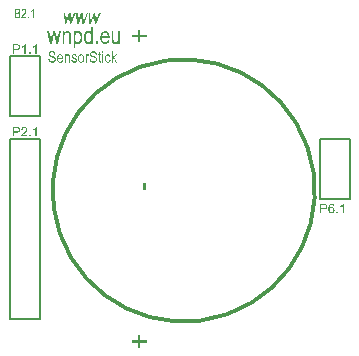
<source format=gto>
%FSLAX25Y25*%
%MOIN*%
G70*
G01*
G75*
%ADD10R,0.19685X0.19685*%
%ADD11R,0.15748X0.15748*%
%ADD12C,0.00787*%
%ADD13R,0.05906X0.05906*%
%ADD14C,0.05906*%
%ADD15C,0.01181*%
G36*
X-13297Y362986D02*
X-12912D01*
Y362626D01*
X-13297D01*
Y361016D01*
Y361006D01*
Y360981D01*
Y360941D01*
X-13292Y360896D01*
Y360846D01*
X-13282Y360801D01*
X-13277Y360756D01*
X-13267Y360726D01*
X-13262Y360721D01*
X-13257Y360711D01*
X-13242Y360696D01*
X-13227Y360681D01*
X-13202Y360666D01*
X-13167Y360651D01*
X-13127Y360641D01*
X-13082Y360636D01*
X-13037D01*
X-12982Y360641D01*
X-12912Y360651D01*
X-12862Y360241D01*
X-12867D01*
X-12887Y360236D01*
X-12917Y360231D01*
X-12957Y360221D01*
X-13002Y360216D01*
X-13052Y360206D01*
X-13147Y360201D01*
X-13182D01*
X-13217Y360206D01*
X-13262Y360211D01*
X-13312Y360221D01*
X-13367Y360231D01*
X-13417Y360251D01*
X-13467Y360276D01*
X-13472Y360281D01*
X-13487Y360291D01*
X-13507Y360311D01*
X-13532Y360331D01*
X-13562Y360366D01*
X-13587Y360401D01*
X-13612Y360441D01*
X-13632Y360491D01*
Y360496D01*
X-13637Y360521D01*
X-13647Y360556D01*
X-13652Y360611D01*
X-13657Y360646D01*
X-13662Y360686D01*
X-13667Y360731D01*
X-13672Y360781D01*
Y360836D01*
X-13677Y360901D01*
Y360966D01*
Y361041D01*
Y362626D01*
X-13957D01*
Y362986D01*
X-13677D01*
Y363666D01*
X-13297Y363946D01*
Y362986D01*
D02*
G37*
G36*
X-12172Y360236D02*
X-12552D01*
Y362986D01*
X-12172D01*
Y360236D01*
D02*
G37*
G36*
X-19537Y363041D02*
X-19497Y363036D01*
X-19457Y363026D01*
X-19407Y363016D01*
X-19352Y363001D01*
X-19292Y362981D01*
X-19232Y362956D01*
X-19172Y362926D01*
X-19107Y362891D01*
X-19042Y362851D01*
X-18982Y362801D01*
X-18922Y362746D01*
X-18862Y362681D01*
X-18857Y362676D01*
X-18847Y362666D01*
X-18832Y362641D01*
X-18812Y362616D01*
X-18792Y362576D01*
X-18767Y362531D01*
X-18737Y362476D01*
X-18707Y362416D01*
X-18682Y362346D01*
X-18652Y362266D01*
X-18627Y362181D01*
X-18602Y362086D01*
X-18587Y361986D01*
X-18572Y361876D01*
X-18562Y361761D01*
X-18557Y361636D01*
Y361626D01*
Y361606D01*
Y361566D01*
X-18562Y361516D01*
X-18567Y361451D01*
X-18572Y361381D01*
X-18582Y361306D01*
X-18592Y361221D01*
X-18632Y361041D01*
X-18652Y360951D01*
X-18682Y360856D01*
X-18717Y360771D01*
X-18757Y360681D01*
X-18802Y360606D01*
X-18857Y360531D01*
X-18862Y360526D01*
X-18872Y360516D01*
X-18887Y360496D01*
X-18912Y360476D01*
X-18937Y360446D01*
X-18972Y360416D01*
X-19017Y360386D01*
X-19062Y360351D01*
X-19112Y360316D01*
X-19172Y360286D01*
X-19232Y360256D01*
X-19302Y360226D01*
X-19372Y360206D01*
X-19447Y360186D01*
X-19527Y360176D01*
X-19612Y360171D01*
X-19632D01*
X-19657Y360176D01*
X-19687D01*
X-19727Y360181D01*
X-19772Y360191D01*
X-19822Y360201D01*
X-19877Y360216D01*
X-19937Y360236D01*
X-19997Y360261D01*
X-20057Y360286D01*
X-20122Y360321D01*
X-20187Y360366D01*
X-20247Y360411D01*
X-20307Y360466D01*
X-20367Y360531D01*
X-20372Y360536D01*
X-20382Y360546D01*
X-20397Y360571D01*
X-20412Y360601D01*
X-20437Y360636D01*
X-20462Y360686D01*
X-20487Y360741D01*
X-20517Y360801D01*
X-20547Y360876D01*
X-20572Y360956D01*
X-20597Y361041D01*
X-20622Y361141D01*
X-20637Y361241D01*
X-20652Y361356D01*
X-20662Y361476D01*
X-20667Y361606D01*
Y361616D01*
Y361636D01*
Y361676D01*
X-20662Y361721D01*
X-20657Y361781D01*
X-20652Y361851D01*
X-20642Y361926D01*
X-20632Y362006D01*
X-20597Y362181D01*
X-20572Y362271D01*
X-20542Y362361D01*
X-20507Y362446D01*
X-20467Y362531D01*
X-20422Y362611D01*
X-20372Y362681D01*
X-20367Y362686D01*
X-20357Y362696D01*
X-20342Y362716D01*
X-20317Y362736D01*
X-20287Y362766D01*
X-20252Y362796D01*
X-20212Y362831D01*
X-20162Y362866D01*
X-20112Y362896D01*
X-20052Y362931D01*
X-19927Y362991D01*
X-19852Y363011D01*
X-19777Y363031D01*
X-19697Y363041D01*
X-19612Y363046D01*
X-19567D01*
X-19537Y363041D01*
D02*
G37*
G36*
X-15743Y366535D02*
X-16278D01*
Y367056D01*
X-16286Y367040D01*
X-16308Y367003D01*
X-16338Y366950D01*
X-16391Y366882D01*
X-16444Y366814D01*
X-16519Y366731D01*
X-16595Y366664D01*
X-16685Y366596D01*
X-16693Y366588D01*
X-16730Y366573D01*
X-16776Y366543D01*
X-16844Y366520D01*
X-16919Y366490D01*
X-17009Y366460D01*
X-17107Y366445D01*
X-17213Y366437D01*
X-17243D01*
X-17273Y366445D01*
X-17311D01*
X-17364Y366452D01*
X-17424Y366467D01*
X-17567Y366505D01*
X-17650Y366535D01*
X-17733Y366573D01*
X-17816Y366618D01*
X-17907Y366679D01*
X-17997Y366739D01*
X-18080Y366814D01*
X-18171Y366905D01*
X-18253Y367003D01*
X-18261Y367010D01*
X-18269Y367033D01*
X-18291Y367063D01*
X-18321Y367108D01*
X-18351Y367169D01*
X-18389Y367236D01*
X-18435Y367319D01*
X-18472Y367418D01*
X-18510Y367523D01*
X-18555Y367644D01*
X-18593Y367772D01*
X-18623Y367915D01*
X-18653Y368074D01*
X-18668Y368239D01*
X-18683Y368413D01*
X-18691Y368601D01*
Y368609D01*
Y368631D01*
Y368669D01*
Y368722D01*
X-18683Y368782D01*
Y368850D01*
X-18676Y368933D01*
X-18668Y369016D01*
X-18646Y369204D01*
X-18608Y369408D01*
X-18563Y369612D01*
X-18502Y369800D01*
Y369808D01*
X-18495Y369823D01*
X-18480Y369845D01*
X-18465Y369883D01*
X-18419Y369966D01*
X-18367Y370079D01*
X-18291Y370192D01*
X-18201Y370313D01*
X-18095Y370433D01*
X-17982Y370532D01*
X-17975D01*
X-17967Y370539D01*
X-17922Y370569D01*
X-17861Y370607D01*
X-17771Y370652D01*
X-17665Y370697D01*
X-17537Y370735D01*
X-17402Y370765D01*
X-17258Y370773D01*
X-17213D01*
X-17153Y370765D01*
X-17085Y370750D01*
X-17002Y370735D01*
X-16911Y370705D01*
X-16821Y370667D01*
X-16730Y370614D01*
X-16723Y370607D01*
X-16693Y370584D01*
X-16647Y370554D01*
X-16587Y370509D01*
X-16527Y370449D01*
X-16459Y370373D01*
X-16391Y370290D01*
X-16323Y370200D01*
Y372258D01*
X-15743D01*
Y366535D01*
D02*
G37*
G36*
X-26527Y363041D02*
X-26492Y363036D01*
X-26447Y363026D01*
X-26402Y363016D01*
X-26347Y363001D01*
X-26292Y362981D01*
X-26232Y362956D01*
X-26172Y362926D01*
X-26112Y362891D01*
X-26052Y362846D01*
X-25992Y362796D01*
X-25932Y362741D01*
X-25877Y362676D01*
X-25872Y362671D01*
X-25862Y362661D01*
X-25852Y362636D01*
X-25832Y362606D01*
X-25807Y362571D01*
X-25782Y362526D01*
X-25757Y362471D01*
X-25727Y362406D01*
X-25702Y362336D01*
X-25677Y362256D01*
X-25652Y362166D01*
X-25627Y362071D01*
X-25607Y361971D01*
X-25597Y361856D01*
X-25587Y361736D01*
X-25582Y361611D01*
Y361491D01*
X-27262D01*
Y361486D01*
Y361471D01*
X-27257Y361446D01*
Y361416D01*
X-27252Y361376D01*
X-27247Y361331D01*
X-27227Y361231D01*
X-27202Y361116D01*
X-27167Y361001D01*
X-27117Y360891D01*
X-27087Y360836D01*
X-27052Y360791D01*
X-27042Y360781D01*
X-27017Y360756D01*
X-26977Y360716D01*
X-26922Y360676D01*
X-26852Y360631D01*
X-26772Y360591D01*
X-26682Y360566D01*
X-26637Y360561D01*
X-26587Y360556D01*
X-26567D01*
X-26547Y360561D01*
X-26517Y360566D01*
X-26482Y360571D01*
X-26442Y360586D01*
X-26397Y360601D01*
X-26352Y360626D01*
X-26302Y360656D01*
X-26252Y360696D01*
X-26202Y360741D01*
X-26152Y360796D01*
X-26107Y360861D01*
X-26062Y360936D01*
X-26022Y361021D01*
X-25987Y361121D01*
X-25592Y361061D01*
Y361056D01*
X-25597Y361041D01*
X-25602Y361021D01*
X-25612Y360986D01*
X-25622Y360951D01*
X-25637Y360906D01*
X-25672Y360811D01*
X-25722Y360701D01*
X-25787Y360591D01*
X-25862Y360486D01*
X-25907Y360436D01*
X-25952Y360391D01*
X-25957D01*
X-25962Y360381D01*
X-25977Y360371D01*
X-25997Y360356D01*
X-26022Y360341D01*
X-26052Y360321D01*
X-26127Y360281D01*
X-26217Y360241D01*
X-26327Y360206D01*
X-26452Y360181D01*
X-26517Y360176D01*
X-26587Y360171D01*
X-26607D01*
X-26632Y360176D01*
X-26667D01*
X-26707Y360181D01*
X-26752Y360191D01*
X-26807Y360201D01*
X-26862Y360216D01*
X-26922Y360236D01*
X-26987Y360261D01*
X-27052Y360286D01*
X-27117Y360321D01*
X-27182Y360366D01*
X-27242Y360411D01*
X-27307Y360466D01*
X-27362Y360531D01*
X-27367Y360536D01*
X-27377Y360546D01*
X-27387Y360571D01*
X-27407Y360601D01*
X-27432Y360636D01*
X-27457Y360681D01*
X-27482Y360736D01*
X-27507Y360801D01*
X-27537Y360871D01*
X-27562Y360946D01*
X-27587Y361036D01*
X-27612Y361126D01*
X-27632Y361231D01*
X-27642Y361341D01*
X-27652Y361456D01*
X-27657Y361581D01*
Y361591D01*
Y361611D01*
Y361651D01*
X-27652Y361701D01*
X-27647Y361756D01*
X-27642Y361826D01*
X-27632Y361901D01*
X-27622Y361986D01*
X-27587Y362161D01*
X-27562Y362251D01*
X-27532Y362341D01*
X-27497Y362431D01*
X-27457Y362516D01*
X-27412Y362596D01*
X-27362Y362671D01*
X-27357Y362676D01*
X-27347Y362686D01*
X-27332Y362706D01*
X-27307Y362731D01*
X-27277Y362756D01*
X-27242Y362791D01*
X-27202Y362826D01*
X-27152Y362861D01*
X-27102Y362896D01*
X-27042Y362926D01*
X-26917Y362986D01*
X-26842Y363011D01*
X-26767Y363031D01*
X-26687Y363041D01*
X-26602Y363046D01*
X-26562D01*
X-26527Y363041D01*
D02*
G37*
G36*
X-9022Y361871D02*
X-8127Y362986D01*
X-7622D01*
X-8487Y361961D01*
X-7537Y360236D01*
X-8007D01*
X-8757Y361641D01*
X-9022Y361326D01*
Y360236D01*
X-9402D01*
Y364031D01*
X-9022D01*
Y361871D01*
D02*
G37*
G36*
X-23987Y363041D02*
X-23942Y363036D01*
X-23892Y363026D01*
X-23837Y363016D01*
X-23777Y362996D01*
X-23722Y362971D01*
X-23717Y362966D01*
X-23697Y362956D01*
X-23667Y362941D01*
X-23632Y362921D01*
X-23592Y362896D01*
X-23552Y362866D01*
X-23512Y362826D01*
X-23472Y362786D01*
X-23467Y362781D01*
X-23457Y362766D01*
X-23437Y362741D01*
X-23417Y362706D01*
X-23397Y362661D01*
X-23372Y362611D01*
X-23352Y362551D01*
X-23332Y362486D01*
Y362476D01*
X-23322Y362451D01*
X-23317Y362411D01*
X-23307Y362346D01*
X-23297Y362271D01*
X-23292Y362171D01*
X-23282Y362056D01*
Y361921D01*
Y360236D01*
X-23662D01*
Y361906D01*
Y361911D01*
Y361921D01*
Y361936D01*
Y361956D01*
X-23667Y362011D01*
Y362076D01*
X-23677Y362151D01*
X-23687Y362221D01*
X-23697Y362291D01*
X-23717Y362351D01*
Y362356D01*
X-23727Y362376D01*
X-23737Y362401D01*
X-23757Y362431D01*
X-23777Y362466D01*
X-23807Y362501D01*
X-23837Y362536D01*
X-23877Y362566D01*
X-23882Y362571D01*
X-23897Y362581D01*
X-23917Y362591D01*
X-23952Y362606D01*
X-23987Y362621D01*
X-24032Y362636D01*
X-24077Y362641D01*
X-24132Y362646D01*
X-24157D01*
X-24177Y362641D01*
X-24227Y362636D01*
X-24292Y362621D01*
X-24362Y362596D01*
X-24432Y362561D01*
X-24507Y362511D01*
X-24572Y362441D01*
X-24577Y362431D01*
X-24587Y362421D01*
X-24597Y362401D01*
X-24607Y362376D01*
X-24622Y362351D01*
X-24637Y362316D01*
X-24652Y362276D01*
X-24667Y362231D01*
X-24682Y362181D01*
X-24697Y362121D01*
X-24707Y362056D01*
X-24717Y361986D01*
X-24727Y361911D01*
X-24732Y361826D01*
Y361736D01*
Y360236D01*
X-25112D01*
Y362986D01*
X-24767D01*
Y362601D01*
X-24762Y362606D01*
X-24747Y362631D01*
X-24717Y362671D01*
X-24682Y362721D01*
X-24642Y362776D01*
X-24592Y362831D01*
X-24532Y362886D01*
X-24467Y362931D01*
X-24457Y362936D01*
X-24437Y362951D01*
X-24397Y362966D01*
X-24347Y362991D01*
X-24287Y363011D01*
X-24217Y363026D01*
X-24137Y363041D01*
X-24052Y363046D01*
X-24022D01*
X-23987Y363041D01*
D02*
G37*
G36*
X-29202Y364091D02*
X-29167D01*
X-29087Y364081D01*
X-28992Y364061D01*
X-28892Y364036D01*
X-28787Y364001D01*
X-28687Y363956D01*
X-28682D01*
X-28677Y363951D01*
X-28642Y363931D01*
X-28597Y363901D01*
X-28537Y363856D01*
X-28477Y363801D01*
X-28407Y363731D01*
X-28342Y363651D01*
X-28287Y363561D01*
Y363556D01*
X-28282Y363551D01*
X-28272Y363536D01*
X-28262Y363516D01*
X-28252Y363491D01*
X-28242Y363461D01*
X-28212Y363391D01*
X-28182Y363301D01*
X-28157Y363201D01*
X-28137Y363086D01*
X-28127Y362961D01*
X-28517Y362926D01*
Y362931D01*
Y362941D01*
X-28522Y362961D01*
X-28527Y362986D01*
X-28532Y363016D01*
X-28537Y363051D01*
X-28557Y363131D01*
X-28587Y363221D01*
X-28627Y363311D01*
X-28677Y363396D01*
X-28742Y363471D01*
X-28752Y363481D01*
X-28777Y363501D01*
X-28822Y363526D01*
X-28882Y363561D01*
X-28957Y363596D01*
X-29047Y363621D01*
X-29157Y363641D01*
X-29277Y363651D01*
X-29337D01*
X-29367Y363646D01*
X-29397Y363641D01*
X-29477Y363631D01*
X-29567Y363611D01*
X-29652Y363586D01*
X-29742Y363546D01*
X-29817Y363491D01*
X-29827Y363486D01*
X-29847Y363461D01*
X-29872Y363431D01*
X-29907Y363381D01*
X-29942Y363326D01*
X-29967Y363256D01*
X-29987Y363176D01*
X-29997Y363086D01*
Y363076D01*
Y363051D01*
X-29992Y363006D01*
X-29982Y362956D01*
X-29967Y362901D01*
X-29942Y362841D01*
X-29912Y362786D01*
X-29867Y362731D01*
X-29862Y362726D01*
X-29837Y362711D01*
X-29797Y362686D01*
X-29772Y362671D01*
X-29742Y362651D01*
X-29702Y362636D01*
X-29657Y362616D01*
X-29607Y362591D01*
X-29552Y362571D01*
X-29492Y362546D01*
X-29417Y362526D01*
X-29342Y362501D01*
X-29257Y362476D01*
X-29252D01*
X-29237Y362471D01*
X-29212Y362466D01*
X-29182Y362456D01*
X-29147Y362446D01*
X-29102Y362431D01*
X-29002Y362401D01*
X-28897Y362366D01*
X-28792Y362331D01*
X-28692Y362291D01*
X-28652Y362276D01*
X-28612Y362256D01*
X-28607D01*
X-28597Y362251D01*
X-28587Y362241D01*
X-28567Y362231D01*
X-28512Y362196D01*
X-28452Y362156D01*
X-28382Y362096D01*
X-28312Y362031D01*
X-28242Y361956D01*
X-28182Y361871D01*
Y361866D01*
X-28177Y361861D01*
X-28167Y361846D01*
X-28157Y361831D01*
X-28132Y361781D01*
X-28107Y361711D01*
X-28077Y361631D01*
X-28057Y361536D01*
X-28037Y361431D01*
X-28032Y361311D01*
Y361306D01*
Y361296D01*
Y361281D01*
Y361256D01*
X-28037Y361226D01*
X-28042Y361191D01*
X-28052Y361111D01*
X-28072Y361021D01*
X-28097Y360921D01*
X-28137Y360816D01*
X-28187Y360711D01*
Y360706D01*
X-28192Y360701D01*
X-28202Y360686D01*
X-28217Y360666D01*
X-28252Y360621D01*
X-28297Y360561D01*
X-28357Y360496D01*
X-28427Y360431D01*
X-28512Y360366D01*
X-28607Y360306D01*
X-28612D01*
X-28617Y360301D01*
X-28632Y360296D01*
X-28652Y360286D01*
X-28677Y360276D01*
X-28707Y360261D01*
X-28782Y360241D01*
X-28877Y360216D01*
X-28982Y360191D01*
X-29102Y360176D01*
X-29237Y360171D01*
X-29292D01*
X-29332Y360176D01*
X-29382Y360181D01*
X-29437Y360191D01*
X-29502Y360201D01*
X-29572Y360216D01*
X-29642Y360231D01*
X-29717Y360256D01*
X-29792Y360281D01*
X-29872Y360316D01*
X-29947Y360356D01*
X-30022Y360401D01*
X-30097Y360456D01*
X-30162Y360516D01*
X-30167Y360521D01*
X-30177Y360531D01*
X-30192Y360551D01*
X-30217Y360581D01*
X-30242Y360616D01*
X-30272Y360661D01*
X-30302Y360711D01*
X-30332Y360766D01*
X-30367Y360831D01*
X-30397Y360901D01*
X-30427Y360981D01*
X-30452Y361066D01*
X-30477Y361156D01*
X-30492Y361251D01*
X-30507Y361356D01*
X-30512Y361466D01*
X-30122Y361501D01*
Y361496D01*
Y361486D01*
X-30117Y361471D01*
Y361451D01*
X-30107Y361391D01*
X-30092Y361321D01*
X-30072Y361241D01*
X-30052Y361161D01*
X-30017Y361081D01*
X-29982Y361011D01*
X-29977Y361001D01*
X-29962Y360981D01*
X-29937Y360951D01*
X-29902Y360911D01*
X-29857Y360866D01*
X-29807Y360821D01*
X-29742Y360771D01*
X-29672Y360731D01*
X-29662Y360726D01*
X-29637Y360716D01*
X-29592Y360696D01*
X-29537Y360681D01*
X-29467Y360661D01*
X-29387Y360641D01*
X-29302Y360631D01*
X-29207Y360626D01*
X-29172D01*
X-29147Y360631D01*
X-29117D01*
X-29082Y360636D01*
X-28997Y360646D01*
X-28907Y360671D01*
X-28812Y360701D01*
X-28722Y360741D01*
X-28637Y360801D01*
X-28627Y360811D01*
X-28607Y360836D01*
X-28572Y360871D01*
X-28532Y360926D01*
X-28497Y360996D01*
X-28462Y361071D01*
X-28442Y361166D01*
X-28432Y361266D01*
Y361276D01*
Y361296D01*
X-28437Y361326D01*
X-28442Y361366D01*
X-28452Y361411D01*
X-28462Y361461D01*
X-28482Y361511D01*
X-28507Y361561D01*
X-28512Y361566D01*
X-28522Y361581D01*
X-28537Y361606D01*
X-28562Y361636D01*
X-28597Y361666D01*
X-28632Y361701D01*
X-28677Y361736D01*
X-28732Y361766D01*
X-28737Y361771D01*
X-28762Y361781D01*
X-28782Y361791D01*
X-28807Y361801D01*
X-28832Y361811D01*
X-28867Y361826D01*
X-28907Y361841D01*
X-28957Y361856D01*
X-29007Y361876D01*
X-29067Y361896D01*
X-29132Y361916D01*
X-29207Y361941D01*
X-29287Y361966D01*
X-29377Y361991D01*
X-29382D01*
X-29397Y361996D01*
X-29417Y362006D01*
X-29447Y362016D01*
X-29487Y362026D01*
X-29527Y362041D01*
X-29622Y362071D01*
X-29722Y362111D01*
X-29827Y362156D01*
X-29922Y362201D01*
X-29962Y362226D01*
X-30002Y362251D01*
X-30012Y362256D01*
X-30032Y362276D01*
X-30067Y362306D01*
X-30107Y362346D01*
X-30152Y362391D01*
X-30202Y362451D01*
X-30247Y362516D01*
X-30292Y362586D01*
X-30297Y362596D01*
X-30307Y362621D01*
X-30322Y362666D01*
X-30342Y362721D01*
X-30362Y362791D01*
X-30377Y362866D01*
X-30387Y362951D01*
X-30392Y363046D01*
Y363051D01*
Y363066D01*
Y363091D01*
X-30387Y363121D01*
X-30382Y363161D01*
X-30377Y363211D01*
X-30367Y363261D01*
X-30357Y363316D01*
X-30322Y363436D01*
X-30297Y363496D01*
X-30267Y363561D01*
X-30232Y363626D01*
X-30192Y363686D01*
X-30147Y363746D01*
X-30097Y363801D01*
X-30092Y363806D01*
X-30082Y363816D01*
X-30067Y363826D01*
X-30042Y363846D01*
X-30012Y363871D01*
X-29977Y363896D01*
X-29932Y363921D01*
X-29882Y363951D01*
X-29827Y363976D01*
X-29767Y364001D01*
X-29702Y364026D01*
X-29632Y364051D01*
X-29552Y364071D01*
X-29472Y364081D01*
X-29382Y364091D01*
X-29292Y364096D01*
X-29232D01*
X-29202Y364091D01*
D02*
G37*
G36*
X-17207Y363036D02*
X-17152Y363026D01*
X-17097Y363011D01*
X-17027Y362981D01*
X-16957Y362946D01*
X-16882Y362896D01*
X-17012Y362466D01*
X-17017Y362471D01*
X-17037Y362481D01*
X-17067Y362496D01*
X-17102Y362516D01*
X-17142Y362536D01*
X-17192Y362551D01*
X-17242Y362561D01*
X-17292Y362566D01*
X-17312D01*
X-17337Y362561D01*
X-17367Y362556D01*
X-17402Y362546D01*
X-17437Y362526D01*
X-17477Y362506D01*
X-17517Y362476D01*
X-17522Y362471D01*
X-17532Y362461D01*
X-17552Y362441D01*
X-17572Y362416D01*
X-17597Y362381D01*
X-17617Y362341D01*
X-17637Y362296D01*
X-17657Y362241D01*
Y362236D01*
X-17662Y362231D01*
Y362216D01*
X-17667Y362196D01*
X-17677Y362141D01*
X-17692Y362071D01*
X-17707Y361981D01*
X-17717Y361886D01*
X-17722Y361781D01*
X-17727Y361671D01*
Y360236D01*
X-18107D01*
Y362986D01*
X-17762D01*
Y362571D01*
X-17757Y362581D01*
X-17747Y362596D01*
X-17742Y362611D01*
X-17717Y362661D01*
X-17682Y362721D01*
X-17647Y362786D01*
X-17607Y362851D01*
X-17562Y362906D01*
X-17522Y362951D01*
X-17517Y362956D01*
X-17502Y362966D01*
X-17482Y362981D01*
X-17452Y363001D01*
X-17412Y363016D01*
X-17372Y363031D01*
X-17327Y363041D01*
X-17277Y363046D01*
X-17242D01*
X-17207Y363036D01*
D02*
G37*
G36*
X-10612Y363041D02*
X-10582D01*
X-10547Y363036D01*
X-10467Y363021D01*
X-10372Y362991D01*
X-10277Y362951D01*
X-10177Y362901D01*
X-10127Y362866D01*
X-10082Y362826D01*
X-10077D01*
X-10072Y362816D01*
X-10057Y362801D01*
X-10042Y362786D01*
X-10022Y362761D01*
X-10002Y362736D01*
X-9977Y362701D01*
X-9952Y362666D01*
X-9927Y362621D01*
X-9902Y362571D01*
X-9877Y362521D01*
X-9852Y362461D01*
X-9827Y362396D01*
X-9807Y362331D01*
X-9787Y362256D01*
X-9772Y362176D01*
X-10142Y362111D01*
Y362116D01*
Y362121D01*
X-10147Y362136D01*
X-10152Y362156D01*
X-10167Y362206D01*
X-10187Y362266D01*
X-10212Y362331D01*
X-10247Y362401D01*
X-10287Y362466D01*
X-10332Y362521D01*
X-10337Y362526D01*
X-10357Y362541D01*
X-10387Y362566D01*
X-10422Y362591D01*
X-10472Y362616D01*
X-10527Y362641D01*
X-10587Y362656D01*
X-10657Y362661D01*
X-10682D01*
X-10702Y362656D01*
X-10757Y362646D01*
X-10822Y362631D01*
X-10892Y362601D01*
X-10972Y362556D01*
X-11012Y362526D01*
X-11047Y362496D01*
X-11087Y362456D01*
X-11122Y362411D01*
Y362406D01*
X-11132Y362401D01*
X-11137Y362386D01*
X-11152Y362366D01*
X-11167Y362336D01*
X-11182Y362301D01*
X-11197Y362266D01*
X-11212Y362216D01*
X-11232Y362166D01*
X-11247Y362106D01*
X-11262Y362041D01*
X-11277Y361971D01*
X-11292Y361891D01*
X-11297Y361806D01*
X-11307Y361716D01*
Y361616D01*
Y361611D01*
Y361591D01*
Y361561D01*
X-11302Y361526D01*
Y361481D01*
X-11297Y361426D01*
X-11292Y361366D01*
X-11287Y361306D01*
X-11262Y361171D01*
X-11232Y361036D01*
X-11192Y360911D01*
X-11162Y360856D01*
X-11132Y360806D01*
Y360801D01*
X-11122Y360796D01*
X-11102Y360766D01*
X-11062Y360726D01*
X-11012Y360681D01*
X-10947Y360636D01*
X-10867Y360596D01*
X-10782Y360566D01*
X-10732Y360561D01*
X-10682Y360556D01*
X-10672D01*
X-10647Y360561D01*
X-10602Y360566D01*
X-10552Y360576D01*
X-10497Y360596D01*
X-10432Y360626D01*
X-10372Y360666D01*
X-10312Y360721D01*
X-10307Y360731D01*
X-10287Y360751D01*
X-10262Y360791D01*
X-10227Y360846D01*
X-10197Y360921D01*
X-10162Y361011D01*
X-10132Y361116D01*
X-10112Y361241D01*
X-9732Y361181D01*
Y361176D01*
X-9737Y361161D01*
X-9742Y361136D01*
X-9747Y361101D01*
X-9757Y361056D01*
X-9767Y361011D01*
X-9782Y360956D01*
X-9797Y360901D01*
X-9842Y360781D01*
X-9897Y360656D01*
X-9972Y360531D01*
X-10012Y360476D01*
X-10062Y360426D01*
X-10067Y360421D01*
X-10072Y360416D01*
X-10087Y360401D01*
X-10107Y360386D01*
X-10132Y360366D01*
X-10162Y360346D01*
X-10237Y360301D01*
X-10327Y360251D01*
X-10437Y360211D01*
X-10557Y360181D01*
X-10622Y360176D01*
X-10687Y360171D01*
X-10707D01*
X-10727Y360176D01*
X-10762D01*
X-10797Y360181D01*
X-10842Y360191D01*
X-10892Y360201D01*
X-10942Y360216D01*
X-10997Y360236D01*
X-11057Y360261D01*
X-11117Y360286D01*
X-11177Y360321D01*
X-11237Y360366D01*
X-11297Y360411D01*
X-11357Y360466D01*
X-11412Y360531D01*
X-11417Y360536D01*
X-11422Y360546D01*
X-11437Y360571D01*
X-11457Y360601D01*
X-11477Y360636D01*
X-11502Y360686D01*
X-11527Y360741D01*
X-11552Y360801D01*
X-11582Y360876D01*
X-11607Y360956D01*
X-11632Y361046D01*
X-11652Y361141D01*
X-11672Y361246D01*
X-11687Y361361D01*
X-11692Y361481D01*
X-11697Y361611D01*
Y361621D01*
Y361641D01*
Y361681D01*
X-11692Y361731D01*
X-11687Y361786D01*
X-11682Y361856D01*
X-11672Y361931D01*
X-11662Y362016D01*
X-11627Y362186D01*
X-11602Y362276D01*
X-11577Y362366D01*
X-11542Y362451D01*
X-11507Y362536D01*
X-11462Y362616D01*
X-11412Y362686D01*
X-11407Y362691D01*
X-11397Y362701D01*
X-11382Y362721D01*
X-11357Y362741D01*
X-11332Y362771D01*
X-11297Y362801D01*
X-11257Y362831D01*
X-11212Y362866D01*
X-11162Y362901D01*
X-11102Y362931D01*
X-10977Y362991D01*
X-10907Y363011D01*
X-10832Y363031D01*
X-10752Y363041D01*
X-10672Y363046D01*
X-10637D01*
X-10612Y363041D01*
D02*
G37*
G36*
X-21842D02*
X-21782Y363036D01*
X-21717Y363021D01*
X-21642Y363006D01*
X-21567Y362981D01*
X-21492Y362951D01*
X-21482Y362946D01*
X-21462Y362936D01*
X-21427Y362916D01*
X-21382Y362886D01*
X-21337Y362851D01*
X-21287Y362811D01*
X-21242Y362761D01*
X-21202Y362706D01*
X-21197Y362701D01*
X-21187Y362676D01*
X-21167Y362646D01*
X-21142Y362596D01*
X-21122Y362536D01*
X-21097Y362461D01*
X-21077Y362376D01*
X-21057Y362276D01*
X-21432Y362211D01*
Y362216D01*
X-21437Y362231D01*
X-21442Y362251D01*
X-21447Y362281D01*
X-21457Y362316D01*
X-21472Y362356D01*
X-21492Y362396D01*
X-21512Y362436D01*
X-21542Y362476D01*
X-21577Y362521D01*
X-21617Y362556D01*
X-21662Y362591D01*
X-21717Y362621D01*
X-21777Y362641D01*
X-21847Y362656D01*
X-21922Y362661D01*
X-21962D01*
X-22007Y362656D01*
X-22062Y362651D01*
X-22122Y362636D01*
X-22182Y362621D01*
X-22242Y362596D01*
X-22292Y362561D01*
X-22297Y362556D01*
X-22312Y362541D01*
X-22332Y362521D01*
X-22352Y362491D01*
X-22372Y362456D01*
X-22392Y362411D01*
X-22407Y362361D01*
X-22412Y362306D01*
Y362301D01*
Y362281D01*
X-22407Y362256D01*
X-22397Y362221D01*
X-22382Y362181D01*
X-22362Y362141D01*
X-22337Y362101D01*
X-22297Y362066D01*
X-22292D01*
X-22282Y362056D01*
X-22257Y362046D01*
X-22217Y362026D01*
X-22167Y362006D01*
X-22132Y361991D01*
X-22092Y361976D01*
X-22047Y361961D01*
X-21997Y361941D01*
X-21942Y361921D01*
X-21882Y361901D01*
X-21877D01*
X-21862Y361896D01*
X-21837Y361886D01*
X-21807Y361876D01*
X-21767Y361866D01*
X-21722Y361851D01*
X-21627Y361816D01*
X-21522Y361776D01*
X-21422Y361736D01*
X-21377Y361716D01*
X-21332Y361696D01*
X-21297Y361681D01*
X-21267Y361661D01*
X-21262Y361656D01*
X-21242Y361646D01*
X-21217Y361626D01*
X-21187Y361596D01*
X-21152Y361561D01*
X-21117Y361521D01*
X-21082Y361471D01*
X-21052Y361416D01*
X-21047Y361411D01*
X-21037Y361391D01*
X-21027Y361356D01*
X-21012Y361316D01*
X-20997Y361261D01*
X-20982Y361201D01*
X-20977Y361131D01*
X-20972Y361051D01*
Y361046D01*
Y361036D01*
Y361011D01*
X-20977Y360986D01*
Y360951D01*
X-20987Y360911D01*
X-21002Y360821D01*
X-21032Y360721D01*
X-21077Y360616D01*
X-21107Y360561D01*
X-21137Y360511D01*
X-21177Y360461D01*
X-21222Y360411D01*
X-21227Y360406D01*
X-21232Y360401D01*
X-21247Y360391D01*
X-21267Y360376D01*
X-21292Y360356D01*
X-21322Y360336D01*
X-21362Y360316D01*
X-21402Y360291D01*
X-21447Y360271D01*
X-21497Y360246D01*
X-21617Y360211D01*
X-21752Y360181D01*
X-21827Y360176D01*
X-21907Y360171D01*
X-21942D01*
X-21982Y360176D01*
X-22037Y360186D01*
X-22097Y360196D01*
X-22172Y360216D01*
X-22247Y360246D01*
X-22327Y360281D01*
X-22412Y360331D01*
X-22492Y360386D01*
X-22572Y360461D01*
X-22642Y360546D01*
X-22707Y360646D01*
X-22767Y360766D01*
X-22812Y360901D01*
X-22827Y360976D01*
X-22842Y361056D01*
X-22462Y361121D01*
Y361116D01*
Y361106D01*
X-22457Y361091D01*
Y361076D01*
X-22442Y361021D01*
X-22427Y360961D01*
X-22407Y360891D01*
X-22372Y360816D01*
X-22332Y360751D01*
X-22282Y360691D01*
X-22277Y360686D01*
X-22252Y360671D01*
X-22222Y360646D01*
X-22177Y360626D01*
X-22117Y360601D01*
X-22052Y360576D01*
X-21972Y360561D01*
X-21882Y360556D01*
X-21842D01*
X-21797Y360561D01*
X-21742Y360571D01*
X-21682Y360586D01*
X-21617Y360606D01*
X-21557Y360636D01*
X-21502Y360676D01*
X-21497Y360681D01*
X-21482Y360701D01*
X-21457Y360726D01*
X-21432Y360761D01*
X-21407Y360806D01*
X-21382Y360861D01*
X-21367Y360921D01*
X-21362Y360986D01*
Y360991D01*
Y361011D01*
X-21367Y361041D01*
X-21377Y361081D01*
X-21392Y361121D01*
X-21412Y361161D01*
X-21442Y361206D01*
X-21482Y361241D01*
X-21487Y361246D01*
X-21497Y361251D01*
X-21522Y361266D01*
X-21562Y361286D01*
X-21612Y361306D01*
X-21677Y361336D01*
X-21762Y361366D01*
X-21812Y361381D01*
X-21867Y361396D01*
X-21872D01*
X-21887Y361401D01*
X-21907Y361411D01*
X-21937Y361421D01*
X-21977Y361431D01*
X-22017Y361446D01*
X-22107Y361476D01*
X-22207Y361516D01*
X-22307Y361556D01*
X-22392Y361596D01*
X-22432Y361611D01*
X-22462Y361631D01*
X-22467Y361636D01*
X-22487Y361651D01*
X-22512Y361671D01*
X-22547Y361701D01*
X-22587Y361736D01*
X-22622Y361781D01*
X-22662Y361831D01*
X-22697Y361886D01*
X-22702Y361891D01*
X-22707Y361916D01*
X-22722Y361946D01*
X-22737Y361991D01*
X-22752Y362046D01*
X-22762Y362106D01*
X-22772Y362176D01*
X-22777Y362251D01*
Y362256D01*
Y362266D01*
Y362286D01*
X-22772Y362311D01*
Y362341D01*
X-22767Y362376D01*
X-22747Y362456D01*
X-22722Y362546D01*
X-22682Y362641D01*
X-22627Y362736D01*
X-22592Y362781D01*
X-22552Y362821D01*
X-22547Y362826D01*
X-22542Y362831D01*
X-22527Y362841D01*
X-22512Y362856D01*
X-22462Y362891D01*
X-22392Y362936D01*
X-22302Y362976D01*
X-22197Y363011D01*
X-22072Y363036D01*
X-22002Y363046D01*
X-21892D01*
X-21842Y363041D01*
D02*
G37*
G36*
X-20478Y370758D02*
X-20380Y370743D01*
X-20267Y370712D01*
X-20146Y370675D01*
X-20018Y370614D01*
X-19897Y370532D01*
X-19890D01*
X-19882Y370524D01*
X-19845Y370486D01*
X-19784Y370426D01*
X-19709Y370351D01*
X-19626Y370245D01*
X-19543Y370124D01*
X-19452Y369973D01*
X-19377Y369800D01*
Y369793D01*
X-19369Y369777D01*
X-19354Y369755D01*
X-19347Y369717D01*
X-19332Y369664D01*
X-19309Y369612D01*
X-19294Y369544D01*
X-19271Y369476D01*
X-19256Y369393D01*
X-19241Y369303D01*
X-19204Y369106D01*
X-19181Y368880D01*
X-19173Y368639D01*
Y368624D01*
Y368594D01*
Y368541D01*
X-19181Y368465D01*
X-19188Y368375D01*
X-19196Y368269D01*
X-19211Y368156D01*
X-19226Y368036D01*
X-19279Y367772D01*
X-19317Y367636D01*
X-19362Y367500D01*
X-19415Y367365D01*
X-19467Y367236D01*
X-19543Y367116D01*
X-19618Y367003D01*
X-19626Y366995D01*
X-19641Y366980D01*
X-19663Y366950D01*
X-19694Y366912D01*
X-19739Y366875D01*
X-19792Y366822D01*
X-19852Y366777D01*
X-19912Y366724D01*
X-20071Y366618D01*
X-20244Y366528D01*
X-20342Y366490D01*
X-20440Y366460D01*
X-20546Y366445D01*
X-20659Y366437D01*
X-20704D01*
X-20757Y366445D01*
X-20817Y366452D01*
X-20892Y366467D01*
X-20983Y366498D01*
X-21066Y366528D01*
X-21156Y366573D01*
X-21164Y366581D01*
X-21194Y366596D01*
X-21239Y366626D01*
X-21292Y366671D01*
X-21352Y366724D01*
X-21420Y366792D01*
X-21481Y366867D01*
X-21549Y366957D01*
Y364944D01*
X-22121D01*
Y370682D01*
X-21594D01*
Y370147D01*
X-21586Y370155D01*
X-21564Y370192D01*
X-21518Y370252D01*
X-21473Y370328D01*
X-21405Y370403D01*
X-21337Y370486D01*
X-21254Y370562D01*
X-21171Y370622D01*
X-21164Y370630D01*
X-21126Y370645D01*
X-21081Y370667D01*
X-21013Y370697D01*
X-20930Y370728D01*
X-20840Y370750D01*
X-20734Y370765D01*
X-20621Y370773D01*
X-20553D01*
X-20478Y370758D01*
D02*
G37*
G36*
X-22835Y373228D02*
X-23367D01*
X-23478Y375354D01*
Y375367D01*
Y375400D01*
X-23485Y375452D01*
Y375537D01*
Y375583D01*
Y375642D01*
X-23491Y375701D01*
Y375774D01*
Y375852D01*
Y375938D01*
Y376029D01*
Y376121D01*
X-23498Y376108D01*
X-23505Y376088D01*
X-23511Y376062D01*
X-23524Y376029D01*
X-23537Y375990D01*
X-23570Y375892D01*
X-23609Y375767D01*
X-23655Y375636D01*
X-23708Y375491D01*
X-23767Y375334D01*
X-24548Y373228D01*
X-25085D01*
X-25400Y376856D01*
X-24915D01*
X-24777Y375222D01*
Y375216D01*
Y375196D01*
X-24771Y375163D01*
Y375117D01*
X-24764Y375065D01*
Y374999D01*
X-24757Y374921D01*
X-24751Y374835D01*
X-24744Y374744D01*
X-24738Y374639D01*
X-24731Y374534D01*
X-24725Y374416D01*
X-24718Y374166D01*
X-24705Y373897D01*
Y373904D01*
X-24699Y373924D01*
X-24692Y373950D01*
X-24679Y373989D01*
X-24666Y374035D01*
X-24653Y374094D01*
X-24633Y374160D01*
X-24613Y374232D01*
X-24567Y374396D01*
X-24508Y374573D01*
X-24449Y374763D01*
X-24377Y374960D01*
X-23668Y376856D01*
X-23118D01*
X-23019Y375039D01*
Y375032D01*
Y375019D01*
Y374999D01*
X-23012Y374967D01*
Y374927D01*
Y374881D01*
Y374822D01*
X-23006Y374757D01*
Y374685D01*
X-22999Y374599D01*
Y374507D01*
Y374409D01*
X-22993Y374304D01*
Y374193D01*
X-22986Y374068D01*
Y373943D01*
X-22980Y373956D01*
X-22973Y373983D01*
X-22960Y374022D01*
X-22947Y374068D01*
X-22927Y374127D01*
X-22901Y374193D01*
X-22875Y374265D01*
X-22849Y374350D01*
X-22816Y374448D01*
X-22776Y374553D01*
X-22737Y374665D01*
X-22691Y374790D01*
X-22645Y374914D01*
X-22593Y375059D01*
X-22534Y375203D01*
X-21897Y376856D01*
X-21386D01*
X-22835Y373228D01*
D02*
G37*
G36*
X-18696D02*
X-19227D01*
X-19339Y375354D01*
Y375367D01*
Y375400D01*
X-19345Y375452D01*
Y375537D01*
Y375583D01*
Y375642D01*
X-19352Y375701D01*
Y375774D01*
Y375852D01*
Y375938D01*
Y376029D01*
Y376121D01*
X-19359Y376108D01*
X-19365Y376088D01*
X-19372Y376062D01*
X-19385Y376029D01*
X-19398Y375990D01*
X-19431Y375892D01*
X-19470Y375767D01*
X-19516Y375636D01*
X-19568Y375491D01*
X-19628Y375334D01*
X-20408Y373228D01*
X-20946D01*
X-21261Y376856D01*
X-20776D01*
X-20638Y375222D01*
Y375216D01*
Y375196D01*
X-20631Y375163D01*
Y375117D01*
X-20625Y375065D01*
Y374999D01*
X-20618Y374921D01*
X-20612Y374835D01*
X-20605Y374744D01*
X-20598Y374639D01*
X-20592Y374534D01*
X-20585Y374416D01*
X-20579Y374166D01*
X-20566Y373897D01*
Y373904D01*
X-20559Y373924D01*
X-20552Y373950D01*
X-20539Y373989D01*
X-20526Y374035D01*
X-20513Y374094D01*
X-20493Y374160D01*
X-20474Y374232D01*
X-20428Y374396D01*
X-20369Y374573D01*
X-20310Y374763D01*
X-20238Y374960D01*
X-19529Y376856D01*
X-18978D01*
X-18880Y375039D01*
Y375032D01*
Y375019D01*
Y374999D01*
X-18873Y374967D01*
Y374927D01*
Y374881D01*
Y374822D01*
X-18867Y374757D01*
Y374685D01*
X-18860Y374599D01*
Y374507D01*
Y374409D01*
X-18854Y374304D01*
Y374193D01*
X-18847Y374068D01*
Y373943D01*
X-18840Y373956D01*
X-18834Y373983D01*
X-18821Y374022D01*
X-18808Y374068D01*
X-18788Y374127D01*
X-18762Y374193D01*
X-18735Y374265D01*
X-18709Y374350D01*
X-18676Y374448D01*
X-18637Y374553D01*
X-18598Y374665D01*
X-18552Y374790D01*
X-18506Y374914D01*
X-18453Y375059D01*
X-18394Y375203D01*
X-17758Y376856D01*
X-17246D01*
X-18696Y373228D01*
D02*
G37*
G36*
X1987Y317776D02*
X1062D01*
Y320079D01*
X1987D01*
Y317776D01*
D02*
G37*
G36*
X176Y369597D02*
X2213D01*
Y368888D01*
X176D01*
Y367225D01*
X-680D01*
Y368888D01*
X-2727D01*
Y369597D01*
X-680D01*
Y371260D01*
X176D01*
Y369597D01*
D02*
G37*
G36*
Y267628D02*
X2213D01*
Y266920D01*
X176D01*
Y265257D01*
X-680D01*
Y266920D01*
X-2727D01*
Y267628D01*
X-680D01*
Y269291D01*
X176D01*
Y267628D01*
D02*
G37*
G36*
X-14557Y373228D02*
X-15088D01*
X-15200Y375354D01*
Y375367D01*
Y375400D01*
X-15206Y375452D01*
Y375537D01*
Y375583D01*
Y375642D01*
X-15213Y375701D01*
Y375774D01*
Y375852D01*
Y375938D01*
Y376029D01*
Y376121D01*
X-15219Y376108D01*
X-15226Y376088D01*
X-15232Y376062D01*
X-15246Y376029D01*
X-15259Y375990D01*
X-15291Y375892D01*
X-15331Y375767D01*
X-15377Y375636D01*
X-15429Y375491D01*
X-15488Y375334D01*
X-16269Y373228D01*
X-16807D01*
X-17122Y376856D01*
X-16636D01*
X-16499Y375222D01*
Y375216D01*
Y375196D01*
X-16492Y375163D01*
Y375117D01*
X-16485Y375065D01*
Y374999D01*
X-16479Y374921D01*
X-16472Y374835D01*
X-16466Y374744D01*
X-16459Y374639D01*
X-16453Y374534D01*
X-16446Y374416D01*
X-16439Y374166D01*
X-16426Y373897D01*
Y373904D01*
X-16420Y373924D01*
X-16413Y373950D01*
X-16400Y373989D01*
X-16387Y374035D01*
X-16374Y374094D01*
X-16354Y374160D01*
X-16334Y374232D01*
X-16288Y374396D01*
X-16229Y374573D01*
X-16171Y374763D01*
X-16098Y374960D01*
X-15390Y376856D01*
X-14839D01*
X-14740Y375039D01*
Y375032D01*
Y375019D01*
Y374999D01*
X-14734Y374967D01*
Y374927D01*
Y374881D01*
Y374822D01*
X-14727Y374757D01*
Y374685D01*
X-14721Y374599D01*
Y374507D01*
Y374409D01*
X-14714Y374304D01*
Y374193D01*
X-14708Y374068D01*
Y373943D01*
X-14701Y373956D01*
X-14694Y373983D01*
X-14681Y374022D01*
X-14668Y374068D01*
X-14649Y374127D01*
X-14622Y374193D01*
X-14596Y374265D01*
X-14570Y374350D01*
X-14537Y374448D01*
X-14498Y374553D01*
X-14458Y374665D01*
X-14412Y374790D01*
X-14367Y374914D01*
X-14314Y375059D01*
X-14255Y375203D01*
X-13619Y376856D01*
X-13107D01*
X-14557Y373228D01*
D02*
G37*
G36*
X-27301Y366535D02*
X-27905D01*
X-28448Y369016D01*
X-28576Y369725D01*
X-29254Y366535D01*
X-29873D01*
X-30906Y370682D01*
X-30310D01*
X-29767Y368285D01*
X-29571Y367395D01*
X-29390Y368247D01*
X-28862Y370682D01*
X-28251D01*
X-27754Y368269D01*
X-27580Y367478D01*
X-27384Y368277D01*
X-26804Y370682D01*
X-26238D01*
X-27301Y366535D01*
D02*
G37*
G36*
X-24067Y370765D02*
X-23999Y370758D01*
X-23924Y370743D01*
X-23841Y370728D01*
X-23750Y370697D01*
X-23667Y370660D01*
X-23660Y370652D01*
X-23629Y370637D01*
X-23584Y370614D01*
X-23531Y370584D01*
X-23471Y370547D01*
X-23411Y370501D01*
X-23351Y370441D01*
X-23290Y370381D01*
X-23283Y370373D01*
X-23268Y370351D01*
X-23237Y370313D01*
X-23207Y370260D01*
X-23177Y370192D01*
X-23139Y370117D01*
X-23109Y370026D01*
X-23079Y369928D01*
Y369913D01*
X-23064Y369876D01*
X-23056Y369815D01*
X-23041Y369717D01*
X-23026Y369604D01*
X-23019Y369453D01*
X-23004Y369280D01*
Y369076D01*
Y366535D01*
X-23577D01*
Y369054D01*
Y369061D01*
Y369076D01*
Y369099D01*
Y369129D01*
X-23584Y369212D01*
Y369310D01*
X-23599Y369423D01*
X-23614Y369529D01*
X-23629Y369634D01*
X-23660Y369725D01*
Y369732D01*
X-23675Y369762D01*
X-23690Y369800D01*
X-23720Y369845D01*
X-23750Y369898D01*
X-23795Y369951D01*
X-23841Y370004D01*
X-23901Y370049D01*
X-23909Y370057D01*
X-23931Y370072D01*
X-23961Y370087D01*
X-24014Y370109D01*
X-24067Y370132D01*
X-24135Y370155D01*
X-24203Y370162D01*
X-24285Y370170D01*
X-24323D01*
X-24353Y370162D01*
X-24429Y370155D01*
X-24527Y370132D01*
X-24632Y370094D01*
X-24738Y370041D01*
X-24851Y369966D01*
X-24949Y369860D01*
X-24957Y369845D01*
X-24972Y369830D01*
X-24987Y369800D01*
X-25002Y369762D01*
X-25024Y369725D01*
X-25047Y369672D01*
X-25070Y369612D01*
X-25092Y369544D01*
X-25115Y369468D01*
X-25137Y369378D01*
X-25153Y369280D01*
X-25168Y369174D01*
X-25183Y369061D01*
X-25190Y368933D01*
Y368797D01*
Y366535D01*
X-25763D01*
Y370682D01*
X-25243D01*
Y370102D01*
X-25236Y370109D01*
X-25213Y370147D01*
X-25168Y370207D01*
X-25115Y370283D01*
X-25055Y370366D01*
X-24979Y370449D01*
X-24889Y370532D01*
X-24791Y370599D01*
X-24776Y370607D01*
X-24745Y370630D01*
X-24685Y370652D01*
X-24610Y370690D01*
X-24519Y370720D01*
X-24414Y370743D01*
X-24293Y370765D01*
X-24165Y370773D01*
X-24120D01*
X-24067Y370765D01*
D02*
G37*
G36*
X-6634Y366535D02*
X-7147D01*
Y367131D01*
X-7155Y367116D01*
X-7185Y367071D01*
X-7222Y367010D01*
X-7283Y366935D01*
X-7351Y366852D01*
X-7434Y366769D01*
X-7524Y366686D01*
X-7622Y366611D01*
X-7637Y366603D01*
X-7667Y366581D01*
X-7720Y366558D01*
X-7796Y366528D01*
X-7886Y366490D01*
X-7984Y366467D01*
X-8105Y366445D01*
X-8225Y366437D01*
X-8293D01*
X-8369Y366452D01*
X-8467Y366467D01*
X-8572Y366490D01*
X-8693Y366528D01*
X-8806Y366581D01*
X-8919Y366648D01*
X-8934Y366656D01*
X-8964Y366686D01*
X-9009Y366739D01*
X-9070Y366799D01*
X-9130Y366882D01*
X-9198Y366973D01*
X-9251Y367078D01*
X-9296Y367199D01*
Y367206D01*
Y367214D01*
X-9311Y367259D01*
X-9326Y367335D01*
X-9341Y367440D01*
X-9356Y367568D01*
X-9371Y367719D01*
X-9379Y367900D01*
X-9386Y368104D01*
Y370682D01*
X-8813D01*
Y368375D01*
Y368368D01*
Y368345D01*
Y368315D01*
Y368269D01*
Y368217D01*
Y368164D01*
X-8806Y368028D01*
X-8798Y367885D01*
X-8791Y367742D01*
X-8776Y367614D01*
X-8761Y367561D01*
X-8753Y367515D01*
Y367508D01*
X-8738Y367478D01*
X-8723Y367440D01*
X-8700Y367387D01*
X-8663Y367335D01*
X-8625Y367274D01*
X-8572Y367221D01*
X-8512Y367169D01*
X-8504Y367161D01*
X-8482Y367146D01*
X-8444Y367131D01*
X-8399Y367108D01*
X-8338Y367078D01*
X-8271Y367063D01*
X-8203Y367048D01*
X-8120Y367040D01*
X-8082D01*
X-8052Y367048D01*
X-7976Y367056D01*
X-7879Y367086D01*
X-7773Y367123D01*
X-7660Y367184D01*
X-7547Y367267D01*
X-7494Y367319D01*
X-7441Y367380D01*
X-7434Y367395D01*
X-7418Y367410D01*
X-7403Y367440D01*
X-7388Y367470D01*
X-7366Y367515D01*
X-7343Y367568D01*
X-7321Y367621D01*
X-7305Y367696D01*
X-7283Y367772D01*
X-7260Y367855D01*
X-7245Y367953D01*
X-7230Y368066D01*
X-7215Y368179D01*
X-7207Y368307D01*
Y368450D01*
Y370682D01*
X-6634D01*
Y366535D01*
D02*
G37*
G36*
X-11505Y370765D02*
X-11452Y370758D01*
X-11385Y370743D01*
X-11317Y370728D01*
X-11234Y370705D01*
X-11151Y370675D01*
X-11060Y370637D01*
X-10970Y370592D01*
X-10879Y370539D01*
X-10789Y370471D01*
X-10698Y370396D01*
X-10608Y370313D01*
X-10525Y370215D01*
X-10518Y370207D01*
X-10502Y370192D01*
X-10487Y370155D01*
X-10457Y370109D01*
X-10419Y370057D01*
X-10382Y369989D01*
X-10344Y369906D01*
X-10299Y369808D01*
X-10261Y369702D01*
X-10223Y369582D01*
X-10186Y369446D01*
X-10148Y369303D01*
X-10118Y369152D01*
X-10103Y368978D01*
X-10088Y368797D01*
X-10080Y368609D01*
Y368428D01*
X-12614D01*
Y368420D01*
Y368398D01*
X-12606Y368360D01*
Y368315D01*
X-12598Y368254D01*
X-12591Y368187D01*
X-12561Y368036D01*
X-12523Y367862D01*
X-12470Y367689D01*
X-12395Y367523D01*
X-12350Y367440D01*
X-12297Y367372D01*
X-12282Y367357D01*
X-12244Y367319D01*
X-12184Y367259D01*
X-12101Y367199D01*
X-11995Y367131D01*
X-11875Y367071D01*
X-11739Y367033D01*
X-11671Y367025D01*
X-11596Y367018D01*
X-11565D01*
X-11535Y367025D01*
X-11490Y367033D01*
X-11437Y367040D01*
X-11377Y367063D01*
X-11309Y367086D01*
X-11241Y367123D01*
X-11166Y367169D01*
X-11090Y367229D01*
X-11015Y367297D01*
X-10940Y367380D01*
X-10872Y367478D01*
X-10804Y367591D01*
X-10744Y367719D01*
X-10691Y367870D01*
X-10095Y367779D01*
Y367772D01*
X-10103Y367749D01*
X-10110Y367719D01*
X-10125Y367666D01*
X-10141Y367614D01*
X-10163Y367546D01*
X-10216Y367402D01*
X-10291Y367236D01*
X-10389Y367071D01*
X-10502Y366912D01*
X-10570Y366837D01*
X-10638Y366769D01*
X-10646D01*
X-10653Y366754D01*
X-10676Y366739D01*
X-10706Y366716D01*
X-10744Y366694D01*
X-10789Y366664D01*
X-10902Y366603D01*
X-11038Y366543D01*
X-11204Y366490D01*
X-11392Y366452D01*
X-11490Y366445D01*
X-11596Y366437D01*
X-11626D01*
X-11664Y366445D01*
X-11716D01*
X-11777Y366452D01*
X-11845Y366467D01*
X-11928Y366482D01*
X-12010Y366505D01*
X-12101Y366535D01*
X-12199Y366573D01*
X-12297Y366611D01*
X-12395Y366664D01*
X-12493Y366731D01*
X-12583Y366799D01*
X-12681Y366882D01*
X-12764Y366980D01*
X-12772Y366988D01*
X-12787Y367003D01*
X-12802Y367040D01*
X-12832Y367086D01*
X-12870Y367139D01*
X-12908Y367206D01*
X-12945Y367289D01*
X-12983Y367387D01*
X-13028Y367493D01*
X-13066Y367606D01*
X-13104Y367742D01*
X-13141Y367877D01*
X-13171Y368036D01*
X-13187Y368202D01*
X-13202Y368375D01*
X-13209Y368564D01*
Y368579D01*
Y368609D01*
Y368669D01*
X-13202Y368744D01*
X-13194Y368828D01*
X-13187Y368933D01*
X-13171Y369046D01*
X-13157Y369174D01*
X-13104Y369438D01*
X-13066Y369574D01*
X-13021Y369710D01*
X-12968Y369845D01*
X-12908Y369973D01*
X-12840Y370094D01*
X-12764Y370207D01*
X-12757Y370215D01*
X-12742Y370230D01*
X-12719Y370260D01*
X-12681Y370298D01*
X-12636Y370336D01*
X-12583Y370388D01*
X-12523Y370441D01*
X-12448Y370494D01*
X-12372Y370547D01*
X-12282Y370592D01*
X-12093Y370682D01*
X-11980Y370720D01*
X-11867Y370750D01*
X-11746Y370765D01*
X-11618Y370773D01*
X-11558D01*
X-11505Y370765D01*
D02*
G37*
G36*
X-14001Y366535D02*
X-14657D01*
Y367335D01*
X-14001D01*
Y366535D01*
D02*
G37*
G36*
X-15437Y364091D02*
X-15402D01*
X-15322Y364081D01*
X-15227Y364061D01*
X-15127Y364036D01*
X-15022Y364001D01*
X-14922Y363956D01*
X-14917D01*
X-14912Y363951D01*
X-14877Y363931D01*
X-14832Y363901D01*
X-14772Y363856D01*
X-14712Y363801D01*
X-14642Y363731D01*
X-14577Y363651D01*
X-14522Y363561D01*
Y363556D01*
X-14517Y363551D01*
X-14507Y363536D01*
X-14497Y363516D01*
X-14487Y363491D01*
X-14477Y363461D01*
X-14447Y363391D01*
X-14417Y363301D01*
X-14392Y363201D01*
X-14372Y363086D01*
X-14362Y362961D01*
X-14752Y362926D01*
Y362931D01*
Y362941D01*
X-14757Y362961D01*
X-14762Y362986D01*
X-14767Y363016D01*
X-14772Y363051D01*
X-14792Y363131D01*
X-14822Y363221D01*
X-14862Y363311D01*
X-14912Y363396D01*
X-14977Y363471D01*
X-14987Y363481D01*
X-15012Y363501D01*
X-15057Y363526D01*
X-15117Y363561D01*
X-15192Y363596D01*
X-15282Y363621D01*
X-15392Y363641D01*
X-15512Y363651D01*
X-15572D01*
X-15602Y363646D01*
X-15632Y363641D01*
X-15712Y363631D01*
X-15802Y363611D01*
X-15887Y363586D01*
X-15977Y363546D01*
X-16052Y363491D01*
X-16062Y363486D01*
X-16082Y363461D01*
X-16107Y363431D01*
X-16142Y363381D01*
X-16177Y363326D01*
X-16202Y363256D01*
X-16222Y363176D01*
X-16232Y363086D01*
Y363076D01*
Y363051D01*
X-16227Y363006D01*
X-16217Y362956D01*
X-16202Y362901D01*
X-16177Y362841D01*
X-16147Y362786D01*
X-16102Y362731D01*
X-16097Y362726D01*
X-16072Y362711D01*
X-16032Y362686D01*
X-16007Y362671D01*
X-15977Y362651D01*
X-15937Y362636D01*
X-15892Y362616D01*
X-15842Y362591D01*
X-15787Y362571D01*
X-15727Y362546D01*
X-15652Y362526D01*
X-15577Y362501D01*
X-15492Y362476D01*
X-15487D01*
X-15472Y362471D01*
X-15447Y362466D01*
X-15417Y362456D01*
X-15382Y362446D01*
X-15337Y362431D01*
X-15237Y362401D01*
X-15132Y362366D01*
X-15027Y362331D01*
X-14927Y362291D01*
X-14887Y362276D01*
X-14847Y362256D01*
X-14842D01*
X-14832Y362251D01*
X-14822Y362241D01*
X-14802Y362231D01*
X-14747Y362196D01*
X-14687Y362156D01*
X-14617Y362096D01*
X-14547Y362031D01*
X-14477Y361956D01*
X-14417Y361871D01*
Y361866D01*
X-14412Y361861D01*
X-14402Y361846D01*
X-14392Y361831D01*
X-14367Y361781D01*
X-14342Y361711D01*
X-14312Y361631D01*
X-14292Y361536D01*
X-14272Y361431D01*
X-14267Y361311D01*
Y361306D01*
Y361296D01*
Y361281D01*
Y361256D01*
X-14272Y361226D01*
X-14277Y361191D01*
X-14287Y361111D01*
X-14307Y361021D01*
X-14332Y360921D01*
X-14372Y360816D01*
X-14422Y360711D01*
Y360706D01*
X-14427Y360701D01*
X-14437Y360686D01*
X-14452Y360666D01*
X-14487Y360621D01*
X-14532Y360561D01*
X-14592Y360496D01*
X-14662Y360431D01*
X-14747Y360366D01*
X-14842Y360306D01*
X-14847D01*
X-14852Y360301D01*
X-14867Y360296D01*
X-14887Y360286D01*
X-14912Y360276D01*
X-14942Y360261D01*
X-15017Y360241D01*
X-15112Y360216D01*
X-15217Y360191D01*
X-15337Y360176D01*
X-15472Y360171D01*
X-15527D01*
X-15567Y360176D01*
X-15617Y360181D01*
X-15672Y360191D01*
X-15737Y360201D01*
X-15807Y360216D01*
X-15877Y360231D01*
X-15952Y360256D01*
X-16027Y360281D01*
X-16107Y360316D01*
X-16182Y360356D01*
X-16257Y360401D01*
X-16332Y360456D01*
X-16397Y360516D01*
X-16402Y360521D01*
X-16412Y360531D01*
X-16427Y360551D01*
X-16452Y360581D01*
X-16477Y360616D01*
X-16507Y360661D01*
X-16537Y360711D01*
X-16567Y360766D01*
X-16602Y360831D01*
X-16632Y360901D01*
X-16662Y360981D01*
X-16687Y361066D01*
X-16712Y361156D01*
X-16727Y361251D01*
X-16742Y361356D01*
X-16747Y361466D01*
X-16357Y361501D01*
Y361496D01*
Y361486D01*
X-16352Y361471D01*
Y361451D01*
X-16342Y361391D01*
X-16327Y361321D01*
X-16307Y361241D01*
X-16287Y361161D01*
X-16252Y361081D01*
X-16217Y361011D01*
X-16212Y361001D01*
X-16197Y360981D01*
X-16172Y360951D01*
X-16137Y360911D01*
X-16092Y360866D01*
X-16042Y360821D01*
X-15977Y360771D01*
X-15907Y360731D01*
X-15897Y360726D01*
X-15872Y360716D01*
X-15827Y360696D01*
X-15772Y360681D01*
X-15702Y360661D01*
X-15622Y360641D01*
X-15537Y360631D01*
X-15442Y360626D01*
X-15407D01*
X-15382Y360631D01*
X-15352D01*
X-15317Y360636D01*
X-15232Y360646D01*
X-15142Y360671D01*
X-15047Y360701D01*
X-14957Y360741D01*
X-14872Y360801D01*
X-14862Y360811D01*
X-14842Y360836D01*
X-14807Y360871D01*
X-14767Y360926D01*
X-14732Y360996D01*
X-14697Y361071D01*
X-14677Y361166D01*
X-14667Y361266D01*
Y361276D01*
Y361296D01*
X-14672Y361326D01*
X-14677Y361366D01*
X-14687Y361411D01*
X-14697Y361461D01*
X-14717Y361511D01*
X-14742Y361561D01*
X-14747Y361566D01*
X-14757Y361581D01*
X-14772Y361606D01*
X-14797Y361636D01*
X-14832Y361666D01*
X-14867Y361701D01*
X-14912Y361736D01*
X-14967Y361766D01*
X-14972Y361771D01*
X-14997Y361781D01*
X-15017Y361791D01*
X-15042Y361801D01*
X-15067Y361811D01*
X-15102Y361826D01*
X-15142Y361841D01*
X-15192Y361856D01*
X-15242Y361876D01*
X-15302Y361896D01*
X-15367Y361916D01*
X-15442Y361941D01*
X-15522Y361966D01*
X-15612Y361991D01*
X-15617D01*
X-15632Y361996D01*
X-15652Y362006D01*
X-15682Y362016D01*
X-15722Y362026D01*
X-15762Y362041D01*
X-15857Y362071D01*
X-15957Y362111D01*
X-16062Y362156D01*
X-16157Y362201D01*
X-16197Y362226D01*
X-16237Y362251D01*
X-16247Y362256D01*
X-16267Y362276D01*
X-16302Y362306D01*
X-16342Y362346D01*
X-16387Y362391D01*
X-16437Y362451D01*
X-16482Y362516D01*
X-16527Y362586D01*
X-16532Y362596D01*
X-16542Y362621D01*
X-16557Y362666D01*
X-16577Y362721D01*
X-16597Y362791D01*
X-16612Y362866D01*
X-16622Y362951D01*
X-16627Y363046D01*
Y363051D01*
Y363066D01*
Y363091D01*
X-16622Y363121D01*
X-16617Y363161D01*
X-16612Y363211D01*
X-16602Y363261D01*
X-16592Y363316D01*
X-16557Y363436D01*
X-16532Y363496D01*
X-16502Y363561D01*
X-16467Y363626D01*
X-16427Y363686D01*
X-16382Y363746D01*
X-16332Y363801D01*
X-16327Y363806D01*
X-16317Y363816D01*
X-16302Y363826D01*
X-16277Y363846D01*
X-16247Y363871D01*
X-16212Y363896D01*
X-16167Y363921D01*
X-16117Y363951D01*
X-16062Y363976D01*
X-16002Y364001D01*
X-15937Y364026D01*
X-15867Y364051D01*
X-15787Y364071D01*
X-15707Y364081D01*
X-15617Y364091D01*
X-15527Y364096D01*
X-15467D01*
X-15437Y364091D01*
D02*
G37*
G36*
X67944Y310039D02*
X67559D01*
Y312503D01*
X67550Y312499D01*
X67534Y312483D01*
X67501Y312454D01*
X67460Y312421D01*
X67407Y312380D01*
X67341Y312335D01*
X67272Y312286D01*
X67190Y312237D01*
X67186D01*
X67181Y312233D01*
X67169Y312225D01*
X67153Y312216D01*
X67108Y312192D01*
X67054Y312163D01*
X66993Y312130D01*
X66923Y312098D01*
X66853Y312065D01*
X66784Y312036D01*
Y312413D01*
X66788D01*
X66800Y312421D01*
X66817Y312430D01*
X66837Y312442D01*
X66866Y312454D01*
X66899Y312475D01*
X66976Y312516D01*
X67063Y312569D01*
X67161Y312635D01*
X67255Y312704D01*
X67350Y312782D01*
X67354Y312786D01*
X67362Y312790D01*
X67374Y312803D01*
X67391Y312819D01*
X67432Y312860D01*
X67485Y312917D01*
X67538Y312979D01*
X67596Y313053D01*
X67649Y313127D01*
X67694Y313205D01*
X67944D01*
Y310039D01*
D02*
G37*
G36*
X-40958Y366338D02*
X-40884Y366334D01*
X-40802Y366330D01*
X-40724Y366321D01*
X-40658Y366309D01*
X-40646D01*
X-40638Y366305D01*
X-40621Y366301D01*
X-40576Y366293D01*
X-40523Y366276D01*
X-40462Y366256D01*
X-40400Y366231D01*
X-40334Y366198D01*
X-40273Y366161D01*
X-40265Y366157D01*
X-40248Y366141D01*
X-40216Y366116D01*
X-40183Y366084D01*
X-40142Y366042D01*
X-40097Y365989D01*
X-40056Y365928D01*
X-40019Y365858D01*
Y365854D01*
X-40015Y365850D01*
X-40011Y365838D01*
X-40002Y365825D01*
X-39986Y365784D01*
X-39970Y365731D01*
X-39953Y365665D01*
X-39937Y365592D01*
X-39924Y365514D01*
X-39920Y365427D01*
Y365423D01*
Y365411D01*
Y365391D01*
X-39924Y365362D01*
X-39929Y365325D01*
X-39933Y365284D01*
X-39941Y365239D01*
X-39953Y365194D01*
X-39982Y365083D01*
X-40002Y365030D01*
X-40031Y364972D01*
X-40060Y364915D01*
X-40093Y364858D01*
X-40134Y364800D01*
X-40179Y364747D01*
X-40183Y364743D01*
X-40191Y364735D01*
X-40207Y364722D01*
X-40228Y364702D01*
X-40257Y364681D01*
X-40293Y364661D01*
X-40339Y364632D01*
X-40388Y364608D01*
X-40449Y364583D01*
X-40515Y364558D01*
X-40593Y364534D01*
X-40675Y364513D01*
X-40769Y364493D01*
X-40872Y364480D01*
X-40982Y364472D01*
X-41101Y364468D01*
X-41905D01*
Y363189D01*
X-42323D01*
Y366342D01*
X-41027D01*
X-40958Y366338D01*
D02*
G37*
G36*
X61405Y313188D02*
X61478Y313184D01*
X61560Y313180D01*
X61638Y313172D01*
X61704Y313159D01*
X61716D01*
X61724Y313155D01*
X61741Y313151D01*
X61786Y313143D01*
X61839Y313127D01*
X61901Y313106D01*
X61962Y313082D01*
X62028Y313049D01*
X62089Y313012D01*
X62098Y313008D01*
X62114Y312991D01*
X62147Y312967D01*
X62179Y312934D01*
X62221Y312893D01*
X62266Y312840D01*
X62307Y312778D01*
X62344Y312708D01*
Y312704D01*
X62348Y312700D01*
X62352Y312688D01*
X62360Y312676D01*
X62376Y312635D01*
X62393Y312581D01*
X62409Y312516D01*
X62426Y312442D01*
X62438Y312364D01*
X62442Y312278D01*
Y312274D01*
Y312262D01*
Y312241D01*
X62438Y312212D01*
X62434Y312175D01*
X62430Y312134D01*
X62421Y312089D01*
X62409Y312044D01*
X62380Y311933D01*
X62360Y311880D01*
X62331Y311823D01*
X62303Y311765D01*
X62270Y311708D01*
X62229Y311651D01*
X62184Y311597D01*
X62179Y311593D01*
X62171Y311585D01*
X62155Y311573D01*
X62134Y311552D01*
X62106Y311532D01*
X62069Y311511D01*
X62024Y311483D01*
X61975Y311458D01*
X61913Y311433D01*
X61847Y311409D01*
X61769Y311384D01*
X61687Y311364D01*
X61593Y311343D01*
X61491Y311331D01*
X61380Y311323D01*
X61261Y311318D01*
X60457D01*
Y310039D01*
X60039D01*
Y313192D01*
X61335D01*
X61405Y313188D01*
D02*
G37*
G36*
X65927Y310039D02*
X65484D01*
Y310482D01*
X65927D01*
Y310039D01*
D02*
G37*
G36*
X63992Y313200D02*
X64025Y313196D01*
X64061Y313192D01*
X64102Y313188D01*
X64148Y313180D01*
X64242Y313155D01*
X64344Y313118D01*
X64398Y313094D01*
X64447Y313065D01*
X64496Y313032D01*
X64541Y312995D01*
X64545Y312991D01*
X64553Y312987D01*
X64562Y312975D01*
X64578Y312959D01*
X64599Y312934D01*
X64619Y312909D01*
X64644Y312881D01*
X64668Y312844D01*
X64693Y312807D01*
X64717Y312762D01*
X64738Y312717D01*
X64763Y312663D01*
X64803Y312553D01*
X64816Y312487D01*
X64828Y312421D01*
X64443Y312393D01*
Y312397D01*
X64439Y312401D01*
Y312413D01*
X64434Y312430D01*
X64422Y312471D01*
X64406Y312520D01*
X64385Y312573D01*
X64357Y312626D01*
X64328Y312676D01*
X64295Y312721D01*
X64287Y312729D01*
X64266Y312745D01*
X64234Y312774D01*
X64188Y312803D01*
X64131Y312831D01*
X64065Y312860D01*
X63988Y312877D01*
X63906Y312885D01*
X63873D01*
X63840Y312881D01*
X63795Y312872D01*
X63746Y312860D01*
X63688Y312840D01*
X63635Y312815D01*
X63578Y312778D01*
X63569Y312774D01*
X63549Y312754D01*
X63516Y312725D01*
X63475Y312680D01*
X63430Y312626D01*
X63381Y312561D01*
X63336Y312483D01*
X63291Y312393D01*
Y312389D01*
X63287Y312380D01*
X63282Y312368D01*
X63274Y312348D01*
X63266Y312319D01*
X63258Y312286D01*
X63250Y312249D01*
X63237Y312208D01*
X63229Y312159D01*
X63221Y312102D01*
X63213Y312044D01*
X63204Y311979D01*
X63196Y311909D01*
X63188Y311831D01*
X63184Y311749D01*
Y311667D01*
X63192Y311671D01*
X63209Y311700D01*
X63237Y311737D01*
X63278Y311782D01*
X63327Y311835D01*
X63385Y311884D01*
X63450Y311938D01*
X63524Y311979D01*
X63528D01*
X63533Y311983D01*
X63545Y311987D01*
X63561Y311995D01*
X63598Y312011D01*
X63651Y312032D01*
X63717Y312052D01*
X63787Y312069D01*
X63865Y312081D01*
X63947Y312085D01*
X63984D01*
X64012Y312081D01*
X64045Y312077D01*
X64086Y312069D01*
X64127Y312061D01*
X64176Y312048D01*
X64225Y312036D01*
X64279Y312016D01*
X64332Y311991D01*
X64389Y311966D01*
X64447Y311929D01*
X64500Y311893D01*
X64553Y311847D01*
X64607Y311798D01*
X64611Y311794D01*
X64619Y311786D01*
X64631Y311770D01*
X64652Y311745D01*
X64672Y311716D01*
X64693Y311683D01*
X64717Y311642D01*
X64746Y311597D01*
X64771Y311548D01*
X64795Y311491D01*
X64816Y311433D01*
X64840Y311368D01*
X64857Y311294D01*
X64869Y311220D01*
X64877Y311142D01*
X64881Y311060D01*
Y311056D01*
Y311048D01*
Y311032D01*
Y311011D01*
X64877Y310982D01*
X64873Y310954D01*
X64865Y310880D01*
X64849Y310798D01*
X64828Y310703D01*
X64795Y310609D01*
X64750Y310511D01*
Y310507D01*
X64746Y310498D01*
X64738Y310486D01*
X64726Y310470D01*
X64697Y310425D01*
X64660Y310367D01*
X64607Y310306D01*
X64549Y310240D01*
X64480Y310179D01*
X64398Y310121D01*
X64394D01*
X64389Y310117D01*
X64377Y310109D01*
X64361Y310101D01*
X64336Y310088D01*
X64311Y310080D01*
X64250Y310056D01*
X64176Y310027D01*
X64090Y310006D01*
X63996Y309990D01*
X63893Y309986D01*
X63873D01*
X63848Y309990D01*
X63811D01*
X63770Y309998D01*
X63725Y310006D01*
X63672Y310015D01*
X63614Y310031D01*
X63553Y310048D01*
X63487Y310072D01*
X63422Y310101D01*
X63356Y310134D01*
X63291Y310175D01*
X63225Y310224D01*
X63164Y310277D01*
X63102Y310339D01*
X63098Y310343D01*
X63090Y310355D01*
X63073Y310375D01*
X63053Y310408D01*
X63032Y310445D01*
X63008Y310494D01*
X62979Y310552D01*
X62950Y310617D01*
X62922Y310695D01*
X62893Y310781D01*
X62868Y310880D01*
X62848Y310982D01*
X62827Y311101D01*
X62811Y311228D01*
X62803Y311364D01*
X62799Y311511D01*
Y311515D01*
Y311524D01*
Y311536D01*
Y311552D01*
Y311573D01*
X62803Y311597D01*
Y311659D01*
X62811Y311737D01*
X62815Y311823D01*
X62827Y311917D01*
X62840Y312020D01*
X62860Y312126D01*
X62881Y312237D01*
X62909Y312348D01*
X62942Y312458D01*
X62979Y312565D01*
X63024Y312663D01*
X63077Y312758D01*
X63135Y312840D01*
X63139Y312844D01*
X63147Y312856D01*
X63164Y312872D01*
X63188Y312897D01*
X63217Y312926D01*
X63254Y312954D01*
X63299Y312987D01*
X63344Y313024D01*
X63397Y313057D01*
X63459Y313090D01*
X63524Y313118D01*
X63594Y313147D01*
X63672Y313172D01*
X63754Y313188D01*
X63840Y313200D01*
X63930Y313205D01*
X63967D01*
X63992Y313200D01*
D02*
G37*
G36*
X-38432Y338791D02*
X-38391Y338787D01*
X-38346Y338783D01*
X-38297Y338774D01*
X-38243Y338762D01*
X-38129Y338734D01*
X-38071Y338713D01*
X-38010Y338688D01*
X-37948Y338660D01*
X-37891Y338623D01*
X-37837Y338586D01*
X-37784Y338541D01*
X-37780Y338537D01*
X-37772Y338528D01*
X-37760Y338516D01*
X-37743Y338496D01*
X-37723Y338471D01*
X-37698Y338442D01*
X-37678Y338410D01*
X-37649Y338369D01*
X-37624Y338328D01*
X-37604Y338278D01*
X-37559Y338172D01*
X-37542Y338114D01*
X-37530Y338053D01*
X-37522Y337987D01*
X-37518Y337918D01*
Y337909D01*
Y337885D01*
X-37522Y337848D01*
X-37526Y337799D01*
X-37538Y337745D01*
X-37551Y337680D01*
X-37571Y337614D01*
X-37596Y337544D01*
X-37600Y337536D01*
X-37612Y337512D01*
X-37628Y337475D01*
X-37657Y337430D01*
X-37694Y337372D01*
X-37739Y337307D01*
X-37793Y337233D01*
X-37854Y337159D01*
Y337155D01*
X-37862Y337151D01*
X-37874Y337139D01*
X-37887Y337122D01*
X-37907Y337102D01*
X-37932Y337077D01*
X-37961Y337048D01*
X-37997Y337016D01*
X-38034Y336979D01*
X-38080Y336938D01*
X-38129Y336889D01*
X-38182Y336839D01*
X-38243Y336786D01*
X-38305Y336733D01*
X-38379Y336671D01*
X-38453Y336606D01*
X-38457Y336601D01*
X-38469Y336593D01*
X-38485Y336577D01*
X-38510Y336561D01*
X-38535Y336536D01*
X-38567Y336507D01*
X-38637Y336446D01*
X-38715Y336380D01*
X-38789Y336315D01*
X-38822Y336286D01*
X-38850Y336257D01*
X-38879Y336228D01*
X-38899Y336208D01*
X-38904Y336204D01*
X-38916Y336192D01*
X-38932Y336171D01*
X-38957Y336142D01*
X-38982Y336114D01*
X-39010Y336077D01*
X-39064Y336003D01*
X-37514D01*
Y335630D01*
X-39601D01*
Y335638D01*
Y335654D01*
Y335679D01*
X-39596Y335716D01*
X-39592Y335757D01*
X-39584Y335802D01*
X-39572Y335847D01*
X-39555Y335896D01*
Y335900D01*
X-39551Y335905D01*
X-39547Y335917D01*
X-39539Y335933D01*
X-39523Y335974D01*
X-39494Y336028D01*
X-39457Y336093D01*
X-39416Y336163D01*
X-39363Y336237D01*
X-39301Y336315D01*
X-39297Y336319D01*
X-39293Y336323D01*
X-39281Y336335D01*
X-39268Y336351D01*
X-39227Y336397D01*
X-39170Y336454D01*
X-39100Y336524D01*
X-39014Y336606D01*
X-38912Y336696D01*
X-38793Y336794D01*
X-38789Y336798D01*
X-38772Y336815D01*
X-38744Y336835D01*
X-38711Y336864D01*
X-38670Y336901D01*
X-38621Y336942D01*
X-38567Y336987D01*
X-38514Y337036D01*
X-38399Y337143D01*
X-38284Y337253D01*
X-38231Y337311D01*
X-38182Y337364D01*
X-38137Y337413D01*
X-38100Y337462D01*
X-38096Y337467D01*
X-38092Y337475D01*
X-38084Y337487D01*
X-38071Y337504D01*
X-38059Y337528D01*
X-38043Y337553D01*
X-38006Y337614D01*
X-37973Y337684D01*
X-37944Y337762D01*
X-37924Y337848D01*
X-37915Y337889D01*
Y337930D01*
Y337934D01*
Y337942D01*
Y337950D01*
X-37920Y337967D01*
X-37924Y338012D01*
X-37936Y338065D01*
X-37957Y338127D01*
X-37985Y338188D01*
X-38026Y338254D01*
X-38084Y338315D01*
X-38092Y338323D01*
X-38112Y338340D01*
X-38149Y338365D01*
X-38198Y338397D01*
X-38260Y338426D01*
X-38334Y338451D01*
X-38420Y338467D01*
X-38514Y338475D01*
X-38543D01*
X-38559Y338471D01*
X-38584D01*
X-38612Y338467D01*
X-38674Y338455D01*
X-38744Y338434D01*
X-38822Y338405D01*
X-38895Y338365D01*
X-38961Y338307D01*
X-38969Y338299D01*
X-38986Y338278D01*
X-39014Y338237D01*
X-39043Y338188D01*
X-39076Y338119D01*
X-39105Y338041D01*
X-39121Y337950D01*
X-39129Y337844D01*
X-39527Y337885D01*
Y337889D01*
X-39523Y337905D01*
Y337926D01*
X-39518Y337959D01*
X-39510Y337996D01*
X-39502Y338036D01*
X-39490Y338086D01*
X-39474Y338135D01*
X-39437Y338246D01*
X-39412Y338303D01*
X-39383Y338356D01*
X-39351Y338414D01*
X-39314Y338467D01*
X-39273Y338516D01*
X-39223Y338561D01*
X-39219Y338565D01*
X-39211Y338569D01*
X-39195Y338582D01*
X-39174Y338598D01*
X-39145Y338615D01*
X-39113Y338635D01*
X-39076Y338656D01*
X-39031Y338680D01*
X-38982Y338701D01*
X-38928Y338721D01*
X-38871Y338742D01*
X-38805Y338758D01*
X-38740Y338774D01*
X-38666Y338787D01*
X-38588Y338791D01*
X-38506Y338795D01*
X-38461D01*
X-38432Y338791D01*
D02*
G37*
G36*
X-36435Y335630D02*
X-36878D01*
Y336073D01*
X-36435D01*
Y335630D01*
D02*
G37*
G36*
X-34418D02*
X-34804D01*
Y338094D01*
X-34812Y338090D01*
X-34828Y338073D01*
X-34861Y338045D01*
X-34902Y338012D01*
X-34955Y337971D01*
X-35021Y337926D01*
X-35091Y337877D01*
X-35173Y337827D01*
X-35177D01*
X-35181Y337823D01*
X-35193Y337815D01*
X-35209Y337807D01*
X-35255Y337782D01*
X-35308Y337754D01*
X-35369Y337721D01*
X-35439Y337688D01*
X-35509Y337655D01*
X-35578Y337627D01*
Y338004D01*
X-35574D01*
X-35562Y338012D01*
X-35546Y338020D01*
X-35525Y338032D01*
X-35496Y338045D01*
X-35464Y338065D01*
X-35386Y338106D01*
X-35300Y338159D01*
X-35201Y338225D01*
X-35107Y338295D01*
X-35013Y338373D01*
X-35009Y338377D01*
X-35000Y338381D01*
X-34988Y338393D01*
X-34972Y338410D01*
X-34931Y338451D01*
X-34877Y338508D01*
X-34824Y338569D01*
X-34767Y338643D01*
X-34713Y338717D01*
X-34668Y338795D01*
X-34418D01*
Y335630D01*
D02*
G37*
G36*
X-40958Y338779D02*
X-40884Y338774D01*
X-40802Y338770D01*
X-40724Y338762D01*
X-40658Y338750D01*
X-40646D01*
X-40638Y338746D01*
X-40621Y338742D01*
X-40576Y338734D01*
X-40523Y338717D01*
X-40462Y338697D01*
X-40400Y338672D01*
X-40334Y338639D01*
X-40273Y338602D01*
X-40265Y338598D01*
X-40248Y338582D01*
X-40216Y338557D01*
X-40183Y338524D01*
X-40142Y338483D01*
X-40097Y338430D01*
X-40056Y338369D01*
X-40019Y338299D01*
Y338295D01*
X-40015Y338291D01*
X-40011Y338278D01*
X-40002Y338266D01*
X-39986Y338225D01*
X-39970Y338172D01*
X-39953Y338106D01*
X-39937Y338032D01*
X-39924Y337954D01*
X-39920Y337868D01*
Y337864D01*
Y337852D01*
Y337831D01*
X-39924Y337803D01*
X-39929Y337766D01*
X-39933Y337725D01*
X-39941Y337680D01*
X-39953Y337635D01*
X-39982Y337524D01*
X-40002Y337471D01*
X-40031Y337413D01*
X-40060Y337356D01*
X-40093Y337298D01*
X-40134Y337241D01*
X-40179Y337188D01*
X-40183Y337184D01*
X-40191Y337175D01*
X-40207Y337163D01*
X-40228Y337143D01*
X-40257Y337122D01*
X-40293Y337102D01*
X-40339Y337073D01*
X-40388Y337048D01*
X-40449Y337024D01*
X-40515Y336999D01*
X-40593Y336975D01*
X-40675Y336954D01*
X-40769Y336934D01*
X-40872Y336921D01*
X-40982Y336913D01*
X-41101Y336909D01*
X-41905D01*
Y335630D01*
X-42323D01*
Y338783D01*
X-41027D01*
X-40958Y338779D01*
D02*
G37*
G36*
X-35324Y375098D02*
X-35636D01*
Y377534D01*
X-35640Y377530D01*
X-35656Y377513D01*
X-35681Y377485D01*
X-35713Y377452D01*
X-35754Y377411D01*
X-35808Y377366D01*
X-35865Y377316D01*
X-35931Y377267D01*
X-35939Y377263D01*
X-35960Y377247D01*
X-35996Y377222D01*
X-36042Y377193D01*
X-36091Y377161D01*
X-36148Y377128D01*
X-36206Y377099D01*
X-36263Y377070D01*
Y377439D01*
X-36259D01*
X-36251Y377448D01*
X-36238Y377456D01*
X-36218Y377464D01*
X-36197Y377481D01*
X-36173Y377497D01*
X-36107Y377542D01*
X-36037Y377591D01*
X-35964Y377653D01*
X-35886Y377722D01*
X-35808Y377800D01*
X-35804Y377804D01*
X-35800Y377808D01*
X-35787Y377821D01*
X-35775Y377837D01*
X-35738Y377878D01*
X-35697Y377936D01*
X-35652Y377997D01*
X-35607Y378071D01*
X-35562Y378145D01*
X-35529Y378223D01*
X-35324D01*
Y375098D01*
D02*
G37*
G36*
X-40703Y378206D02*
X-40674D01*
X-40609Y378198D01*
X-40535Y378190D01*
X-40461Y378173D01*
X-40387Y378149D01*
X-40318Y378120D01*
X-40310Y378116D01*
X-40289Y378104D01*
X-40256Y378083D01*
X-40219Y378050D01*
X-40174Y378013D01*
X-40129Y377964D01*
X-40080Y377903D01*
X-40039Y377837D01*
X-40035Y377829D01*
X-40023Y377804D01*
X-40002Y377763D01*
X-39982Y377714D01*
X-39965Y377653D01*
X-39945Y377579D01*
X-39932Y377501D01*
X-39928Y377415D01*
Y377411D01*
Y377407D01*
Y377394D01*
Y377378D01*
X-39932Y377337D01*
X-39941Y377288D01*
X-39953Y377226D01*
X-39969Y377161D01*
X-39990Y377095D01*
X-40023Y377029D01*
X-40027Y377021D01*
X-40039Y377001D01*
X-40060Y376968D01*
X-40092Y376931D01*
X-40129Y376886D01*
X-40174Y376841D01*
X-40224Y376796D01*
X-40285Y376755D01*
X-40281D01*
X-40277Y376751D01*
X-40264Y376747D01*
X-40248Y376738D01*
X-40207Y376718D01*
X-40158Y376689D01*
X-40100Y376652D01*
X-40043Y376603D01*
X-39990Y376546D01*
X-39937Y376476D01*
Y376472D01*
X-39932Y376468D01*
X-39924Y376455D01*
X-39916Y376443D01*
X-39895Y376402D01*
X-39871Y376345D01*
X-39846Y376275D01*
X-39826Y376193D01*
X-39809Y376103D01*
X-39805Y376000D01*
Y375996D01*
Y375988D01*
Y375972D01*
Y375951D01*
X-39809Y375927D01*
Y375898D01*
X-39822Y375832D01*
X-39834Y375754D01*
X-39854Y375672D01*
X-39883Y375586D01*
X-39924Y375504D01*
Y375500D01*
X-39928Y375496D01*
X-39945Y375471D01*
X-39969Y375430D01*
X-40006Y375385D01*
X-40051Y375336D01*
X-40100Y375283D01*
X-40162Y375234D01*
X-40232Y375193D01*
X-40236D01*
X-40240Y375189D01*
X-40252Y375184D01*
X-40269Y375176D01*
X-40285Y375172D01*
X-40310Y375164D01*
X-40371Y375148D01*
X-40445Y375127D01*
X-40535Y375115D01*
X-40642Y375102D01*
X-40761Y375098D01*
X-41732D01*
Y378210D01*
X-40728D01*
X-40703Y378206D01*
D02*
G37*
G36*
X-38555Y378219D02*
X-38522Y378214D01*
X-38485Y378210D01*
X-38399Y378190D01*
X-38305Y378157D01*
X-38256Y378136D01*
X-38206Y378112D01*
X-38157Y378079D01*
X-38112Y378042D01*
X-38071Y378001D01*
X-38030Y377956D01*
X-38026Y377952D01*
X-38022Y377944D01*
X-38010Y377931D01*
X-37997Y377911D01*
X-37985Y377886D01*
X-37964Y377854D01*
X-37948Y377821D01*
X-37927Y377784D01*
X-37891Y377694D01*
X-37862Y377591D01*
X-37837Y377481D01*
X-37833Y377419D01*
X-37829Y377358D01*
Y377353D01*
Y377345D01*
Y377329D01*
X-37833Y377308D01*
Y377280D01*
X-37837Y377251D01*
X-37841Y377214D01*
X-37850Y377177D01*
X-37866Y377087D01*
X-37895Y376993D01*
X-37936Y376890D01*
X-37989Y376788D01*
Y376783D01*
X-37997Y376775D01*
X-38005Y376759D01*
X-38022Y376738D01*
X-38038Y376710D01*
X-38063Y376677D01*
X-38087Y376640D01*
X-38120Y376595D01*
X-38161Y376546D01*
X-38202Y376492D01*
X-38251Y376431D01*
X-38305Y376369D01*
X-38366Y376300D01*
X-38432Y376226D01*
X-38506Y376144D01*
X-38583Y376062D01*
X-38588Y376058D01*
X-38596Y376050D01*
X-38608Y376033D01*
X-38629Y376017D01*
X-38678Y375968D01*
X-38731Y375906D01*
X-38793Y375845D01*
X-38854Y375779D01*
X-38903Y375722D01*
X-38928Y375693D01*
X-38944Y375672D01*
X-38948Y375668D01*
X-38957Y375656D01*
X-38973Y375636D01*
X-38989Y375607D01*
X-39014Y375578D01*
X-39035Y375541D01*
X-39075Y375467D01*
X-37825D01*
Y375098D01*
X-39510D01*
Y375102D01*
Y375107D01*
Y375119D01*
Y375139D01*
X-39506Y375160D01*
Y375184D01*
X-39498Y375242D01*
X-39481Y375316D01*
X-39457Y375402D01*
X-39424Y375496D01*
X-39379Y375594D01*
Y375599D01*
X-39371Y375607D01*
X-39362Y375623D01*
X-39350Y375644D01*
X-39334Y375672D01*
X-39313Y375701D01*
X-39289Y375738D01*
X-39260Y375779D01*
X-39227Y375828D01*
X-39190Y375877D01*
X-39149Y375931D01*
X-39100Y375988D01*
X-39047Y376050D01*
X-38993Y376111D01*
X-38928Y376177D01*
X-38862Y376246D01*
X-38858Y376251D01*
X-38842Y376267D01*
X-38821Y376287D01*
X-38793Y376320D01*
X-38756Y376357D01*
X-38715Y376398D01*
X-38674Y376443D01*
X-38625Y376497D01*
X-38530Y376603D01*
X-38436Y376718D01*
X-38391Y376771D01*
X-38350Y376824D01*
X-38317Y376878D01*
X-38288Y376923D01*
Y376927D01*
X-38284Y376935D01*
X-38276Y376947D01*
X-38268Y376964D01*
X-38243Y377009D01*
X-38219Y377066D01*
X-38194Y377136D01*
X-38169Y377210D01*
X-38153Y377292D01*
X-38149Y377370D01*
Y377374D01*
Y377382D01*
Y377394D01*
Y377411D01*
X-38157Y377452D01*
X-38165Y377509D01*
X-38182Y377567D01*
X-38206Y377632D01*
X-38243Y377698D01*
X-38288Y377755D01*
X-38296Y377763D01*
X-38313Y377780D01*
X-38342Y377804D01*
X-38383Y377833D01*
X-38432Y377858D01*
X-38489Y377882D01*
X-38555Y377899D01*
X-38629Y377907D01*
X-38649D01*
X-38666Y377903D01*
X-38706Y377899D01*
X-38756Y377886D01*
X-38809Y377866D01*
X-38870Y377837D01*
X-38928Y377796D01*
X-38985Y377743D01*
X-38989Y377735D01*
X-39006Y377714D01*
X-39030Y377677D01*
X-39055Y377624D01*
X-39080Y377562D01*
X-39104Y377481D01*
X-39121Y377390D01*
X-39125Y377284D01*
X-39449Y377325D01*
Y377329D01*
Y377345D01*
X-39445Y377366D01*
X-39440Y377398D01*
X-39432Y377435D01*
X-39428Y377476D01*
X-39416Y377526D01*
X-39404Y377575D01*
X-39375Y377681D01*
X-39330Y377792D01*
X-39272Y377899D01*
X-39235Y377948D01*
X-39198Y377993D01*
X-39194Y377997D01*
X-39186Y378001D01*
X-39174Y378013D01*
X-39158Y378030D01*
X-39137Y378046D01*
X-39108Y378067D01*
X-39080Y378087D01*
X-39043Y378108D01*
X-39002Y378128D01*
X-38961Y378149D01*
X-38862Y378186D01*
X-38748Y378214D01*
X-38686Y378219D01*
X-38620Y378223D01*
X-38583D01*
X-38555Y378219D01*
D02*
G37*
G36*
X-36952Y375098D02*
X-37308D01*
Y375533D01*
X-36952D01*
Y375098D01*
D02*
G37*
G36*
X-36435Y363189D02*
X-36878D01*
Y363632D01*
X-36435D01*
Y363189D01*
D02*
G37*
G36*
X-38088D02*
X-38473D01*
Y365653D01*
X-38481Y365649D01*
X-38498Y365633D01*
X-38530Y365604D01*
X-38571Y365571D01*
X-38625Y365530D01*
X-38690Y365485D01*
X-38760Y365436D01*
X-38842Y365387D01*
X-38846D01*
X-38850Y365382D01*
X-38862Y365374D01*
X-38879Y365366D01*
X-38924Y365341D01*
X-38977Y365313D01*
X-39039Y365280D01*
X-39109Y365247D01*
X-39178Y365214D01*
X-39248Y365186D01*
Y365563D01*
X-39244D01*
X-39232Y365571D01*
X-39215Y365579D01*
X-39195Y365592D01*
X-39166Y365604D01*
X-39133Y365624D01*
X-39055Y365665D01*
X-38969Y365719D01*
X-38871Y365784D01*
X-38776Y365854D01*
X-38682Y365932D01*
X-38678Y365936D01*
X-38670Y365940D01*
X-38658Y365952D01*
X-38641Y365969D01*
X-38600Y366010D01*
X-38547Y366067D01*
X-38493Y366129D01*
X-38436Y366202D01*
X-38383Y366276D01*
X-38338Y366354D01*
X-38088D01*
Y363189D01*
D02*
G37*
G36*
X-12172Y363496D02*
X-12552D01*
Y364031D01*
X-12172D01*
Y363496D01*
D02*
G37*
G36*
X-34418Y363189D02*
X-34804D01*
Y365653D01*
X-34812Y365649D01*
X-34828Y365633D01*
X-34861Y365604D01*
X-34902Y365571D01*
X-34955Y365530D01*
X-35021Y365485D01*
X-35091Y365436D01*
X-35173Y365387D01*
X-35177D01*
X-35181Y365382D01*
X-35193Y365374D01*
X-35209Y365366D01*
X-35255Y365341D01*
X-35308Y365313D01*
X-35369Y365280D01*
X-35439Y365247D01*
X-35509Y365214D01*
X-35578Y365186D01*
Y365563D01*
X-35574D01*
X-35562Y365571D01*
X-35546Y365579D01*
X-35525Y365592D01*
X-35496Y365604D01*
X-35464Y365624D01*
X-35386Y365665D01*
X-35300Y365719D01*
X-35201Y365784D01*
X-35107Y365854D01*
X-35013Y365932D01*
X-35009Y365936D01*
X-35000Y365940D01*
X-34988Y365952D01*
X-34972Y365969D01*
X-34931Y366010D01*
X-34877Y366067D01*
X-34824Y366129D01*
X-34767Y366202D01*
X-34713Y366276D01*
X-34668Y366354D01*
X-34418D01*
Y363189D01*
D02*
G37*
%LPC*%
G36*
X-41003Y365969D02*
X-41905D01*
Y364841D01*
X-41056D01*
X-41027Y364845D01*
X-40995D01*
X-40958Y364849D01*
X-40872Y364862D01*
X-40777Y364878D01*
X-40683Y364903D01*
X-40597Y364940D01*
X-40556Y364964D01*
X-40523Y364989D01*
X-40515Y364997D01*
X-40494Y365018D01*
X-40470Y365050D01*
X-40437Y365100D01*
X-40404Y365161D01*
X-40380Y365235D01*
X-40359Y365317D01*
X-40351Y365415D01*
Y365419D01*
Y365423D01*
Y365448D01*
X-40355Y365485D01*
X-40363Y365530D01*
X-40376Y365583D01*
X-40396Y365641D01*
X-40420Y365698D01*
X-40453Y365751D01*
X-40457Y365760D01*
X-40470Y365776D01*
X-40494Y365801D01*
X-40523Y365829D01*
X-40560Y365862D01*
X-40605Y365891D01*
X-40658Y365919D01*
X-40716Y365940D01*
X-40720D01*
X-40736Y365944D01*
X-40765Y365948D01*
X-40802Y365956D01*
X-40855Y365961D01*
X-40921Y365965D01*
X-41003Y365969D01*
D02*
G37*
G36*
Y338410D02*
X-41905D01*
Y337282D01*
X-41056D01*
X-41027Y337286D01*
X-40995D01*
X-40958Y337290D01*
X-40872Y337303D01*
X-40777Y337319D01*
X-40683Y337344D01*
X-40597Y337381D01*
X-40556Y337405D01*
X-40523Y337430D01*
X-40515Y337438D01*
X-40494Y337458D01*
X-40470Y337491D01*
X-40437Y337540D01*
X-40404Y337602D01*
X-40380Y337676D01*
X-40359Y337758D01*
X-40351Y337856D01*
Y337860D01*
Y337864D01*
Y337889D01*
X-40355Y337926D01*
X-40363Y337971D01*
X-40376Y338024D01*
X-40396Y338082D01*
X-40420Y338139D01*
X-40453Y338192D01*
X-40457Y338200D01*
X-40470Y338217D01*
X-40494Y338242D01*
X-40523Y338270D01*
X-40560Y338303D01*
X-40605Y338332D01*
X-40658Y338360D01*
X-40716Y338381D01*
X-40720D01*
X-40736Y338385D01*
X-40765Y338389D01*
X-40802Y338397D01*
X-40855Y338401D01*
X-40921Y338405D01*
X-41003Y338410D01*
D02*
G37*
G36*
X-20689Y370222D02*
X-20704D01*
X-20749Y370215D01*
X-20817Y370200D01*
X-20900Y370170D01*
X-20998Y370117D01*
X-21104Y370041D01*
X-21156Y369996D01*
X-21209Y369943D01*
X-21270Y369876D01*
X-21322Y369800D01*
Y369793D01*
X-21337Y369777D01*
X-21345Y369755D01*
X-21368Y369725D01*
X-21390Y369679D01*
X-21413Y369627D01*
X-21435Y369559D01*
X-21458Y369491D01*
X-21488Y369408D01*
X-21511Y369318D01*
X-21533Y369219D01*
X-21556Y369106D01*
X-21579Y368986D01*
X-21586Y368858D01*
X-21601Y368722D01*
Y368579D01*
Y368571D01*
Y368541D01*
Y368503D01*
X-21594Y368450D01*
Y368383D01*
X-21586Y368307D01*
X-21579Y368217D01*
X-21571Y368126D01*
X-21533Y367938D01*
X-21488Y367742D01*
X-21428Y367553D01*
X-21383Y367470D01*
X-21337Y367395D01*
Y367387D01*
X-21322Y367380D01*
X-21292Y367335D01*
X-21232Y367274D01*
X-21156Y367206D01*
X-21058Y367139D01*
X-20945Y367078D01*
X-20817Y367033D01*
X-20749Y367025D01*
X-20681Y367018D01*
X-20666D01*
X-20621Y367025D01*
X-20553Y367040D01*
X-20463Y367071D01*
X-20365Y367116D01*
X-20259Y367184D01*
X-20206Y367229D01*
X-20146Y367282D01*
X-20093Y367342D01*
X-20041Y367410D01*
Y367418D01*
X-20025Y367425D01*
X-20018Y367455D01*
X-19995Y367485D01*
X-19973Y367523D01*
X-19950Y367576D01*
X-19927Y367636D01*
X-19897Y367711D01*
X-19875Y367787D01*
X-19852Y367877D01*
X-19829Y367975D01*
X-19807Y368089D01*
X-19784Y368209D01*
X-19777Y368337D01*
X-19761Y368473D01*
Y368624D01*
Y368631D01*
Y368662D01*
Y368699D01*
X-19769Y368760D01*
Y368828D01*
X-19777Y368903D01*
X-19784Y368986D01*
X-19792Y369084D01*
X-19829Y369280D01*
X-19875Y369476D01*
X-19942Y369664D01*
X-19988Y369755D01*
X-20033Y369830D01*
Y369838D01*
X-20048Y369845D01*
X-20078Y369891D01*
X-20139Y369951D01*
X-20214Y370026D01*
X-20312Y370102D01*
X-20425Y370162D01*
X-20553Y370207D01*
X-20621Y370215D01*
X-20689Y370222D01*
D02*
G37*
G36*
X-40806Y376537D02*
X-41396D01*
Y375467D01*
X-40728D01*
X-40691Y375471D01*
X-40642D01*
X-40593Y375476D01*
X-40543Y375484D01*
X-40494Y375492D01*
X-40453Y375504D01*
X-40445Y375508D01*
X-40429Y375517D01*
X-40404Y375529D01*
X-40371Y375545D01*
X-40334Y375570D01*
X-40297Y375603D01*
X-40260Y375640D01*
X-40232Y375685D01*
X-40228Y375689D01*
X-40219Y375709D01*
X-40207Y375734D01*
X-40191Y375771D01*
X-40178Y375820D01*
X-40166Y375873D01*
X-40158Y375935D01*
X-40154Y376005D01*
Y376009D01*
Y376013D01*
Y376033D01*
X-40158Y376066D01*
X-40162Y376107D01*
X-40170Y376156D01*
X-40187Y376205D01*
X-40203Y376255D01*
X-40228Y376300D01*
X-40232Y376304D01*
X-40240Y376320D01*
X-40256Y376341D01*
X-40281Y376369D01*
X-40310Y376398D01*
X-40342Y376427D01*
X-40379Y376455D01*
X-40424Y376480D01*
X-40429Y376484D01*
X-40445Y376488D01*
X-40478Y376497D01*
X-40515Y376509D01*
X-40568Y376521D01*
X-40633Y376529D01*
X-40716Y376533D01*
X-40806Y376537D01*
D02*
G37*
G36*
X-40789Y377841D02*
X-41396D01*
Y376906D01*
X-40773D01*
X-40728Y376911D01*
X-40674Y376915D01*
X-40625Y376919D01*
X-40576Y376927D01*
X-40535Y376935D01*
X-40531Y376939D01*
X-40515Y376943D01*
X-40490Y376956D01*
X-40461Y376972D01*
X-40429Y376993D01*
X-40396Y377017D01*
X-40363Y377046D01*
X-40334Y377083D01*
X-40330Y377087D01*
X-40322Y377103D01*
X-40310Y377124D01*
X-40297Y377157D01*
X-40285Y377198D01*
X-40273Y377247D01*
X-40264Y377300D01*
X-40260Y377366D01*
Y377374D01*
Y377394D01*
X-40264Y377423D01*
X-40269Y377464D01*
X-40277Y377509D01*
X-40289Y377554D01*
X-40306Y377599D01*
X-40326Y377644D01*
X-40330Y377649D01*
X-40338Y377661D01*
X-40351Y377681D01*
X-40371Y377706D01*
X-40396Y377731D01*
X-40429Y377755D01*
X-40461Y377780D01*
X-40502Y377796D01*
X-40506Y377800D01*
X-40523Y377804D01*
X-40551Y377813D01*
X-40588Y377821D01*
X-40642Y377829D01*
X-40707Y377833D01*
X-40789Y377841D01*
D02*
G37*
G36*
X-26607Y362661D02*
X-26632D01*
X-26647Y362656D01*
X-26697Y362651D01*
X-26757Y362636D01*
X-26827Y362611D01*
X-26897Y362571D01*
X-26972Y362516D01*
X-27007Y362486D01*
X-27042Y362446D01*
X-27052Y362436D01*
X-27072Y362406D01*
X-27102Y362361D01*
X-27132Y362296D01*
X-27172Y362216D01*
X-27202Y362116D01*
X-27227Y362006D01*
X-27242Y361876D01*
X-25982D01*
Y361881D01*
Y361891D01*
X-25987Y361911D01*
Y361936D01*
X-25992Y361966D01*
X-25997Y361996D01*
X-26012Y362076D01*
X-26032Y362161D01*
X-26062Y362251D01*
X-26092Y362331D01*
X-26137Y362406D01*
Y362411D01*
X-26147Y362416D01*
X-26172Y362446D01*
X-26212Y362486D01*
X-26267Y362536D01*
X-26332Y362581D01*
X-26412Y362621D01*
X-26507Y362651D01*
X-26557Y362656D01*
X-26607Y362661D01*
D02*
G37*
G36*
X-19627D02*
X-19652D01*
X-19672Y362656D01*
X-19722Y362646D01*
X-19787Y362626D01*
X-19857Y362596D01*
X-19937Y362551D01*
X-19972Y362521D01*
X-20012Y362486D01*
X-20052Y362441D01*
X-20087Y362396D01*
Y362391D01*
X-20097Y362386D01*
X-20102Y362371D01*
X-20117Y362346D01*
X-20132Y362321D01*
X-20147Y362286D01*
X-20162Y362246D01*
X-20182Y362201D01*
X-20202Y362146D01*
X-20217Y362091D01*
X-20232Y362026D01*
X-20247Y361951D01*
X-20257Y361876D01*
X-20267Y361791D01*
X-20277Y361701D01*
Y361606D01*
Y361601D01*
Y361581D01*
Y361556D01*
X-20272Y361521D01*
Y361476D01*
X-20267Y361426D01*
X-20262Y361371D01*
X-20252Y361311D01*
X-20232Y361181D01*
X-20197Y361051D01*
X-20152Y360926D01*
X-20122Y360866D01*
X-20087Y360816D01*
Y360811D01*
X-20077Y360806D01*
X-20052Y360776D01*
X-20012Y360736D01*
X-19952Y360686D01*
X-19882Y360636D01*
X-19802Y360596D01*
X-19707Y360566D01*
X-19657Y360561D01*
X-19602Y360556D01*
X-19577D01*
X-19557Y360561D01*
X-19507Y360571D01*
X-19447Y360591D01*
X-19372Y360621D01*
X-19297Y360666D01*
X-19257Y360696D01*
X-19217Y360731D01*
X-19177Y360771D01*
X-19142Y360816D01*
Y360821D01*
X-19132Y360831D01*
X-19122Y360846D01*
X-19112Y360866D01*
X-19097Y360896D01*
X-19082Y360926D01*
X-19062Y360966D01*
X-19042Y361016D01*
X-19027Y361066D01*
X-19007Y361126D01*
X-18992Y361191D01*
X-18977Y361261D01*
X-18967Y361336D01*
X-18957Y361421D01*
X-18947Y361511D01*
Y361606D01*
Y361611D01*
Y361631D01*
Y361656D01*
X-18952Y361691D01*
Y361736D01*
X-18957Y361786D01*
X-18962Y361846D01*
X-18972Y361906D01*
X-18992Y362031D01*
X-19027Y362161D01*
X-19077Y362286D01*
X-19107Y362346D01*
X-19142Y362396D01*
Y362401D01*
X-19152Y362406D01*
X-19177Y362436D01*
X-19217Y362481D01*
X-19277Y362531D01*
X-19347Y362576D01*
X-19427Y362621D01*
X-19522Y362651D01*
X-19572Y362656D01*
X-19627Y362661D01*
D02*
G37*
G36*
X-11626Y370192D02*
X-11664D01*
X-11686Y370185D01*
X-11762Y370177D01*
X-11852Y370155D01*
X-11958Y370117D01*
X-12063Y370057D01*
X-12176Y369973D01*
X-12229Y369928D01*
X-12282Y369868D01*
X-12297Y369853D01*
X-12327Y369808D01*
X-12372Y369740D01*
X-12417Y369642D01*
X-12478Y369521D01*
X-12523Y369370D01*
X-12561Y369204D01*
X-12583Y369008D01*
X-10683D01*
Y369016D01*
Y369031D01*
X-10691Y369061D01*
Y369099D01*
X-10698Y369144D01*
X-10706Y369189D01*
X-10729Y369310D01*
X-10759Y369438D01*
X-10804Y369574D01*
X-10849Y369695D01*
X-10917Y369808D01*
Y369815D01*
X-10932Y369823D01*
X-10970Y369868D01*
X-11030Y369928D01*
X-11113Y370004D01*
X-11211Y370072D01*
X-11332Y370132D01*
X-11475Y370177D01*
X-11550Y370185D01*
X-11626Y370192D01*
D02*
G37*
G36*
X-17221D02*
X-17236D01*
X-17281Y370185D01*
X-17349Y370170D01*
X-17432Y370147D01*
X-17530Y370102D01*
X-17635Y370034D01*
X-17688Y369989D01*
X-17741Y369936D01*
X-17794Y369876D01*
X-17846Y369808D01*
Y369800D01*
X-17854Y369793D01*
X-17869Y369770D01*
X-17884Y369732D01*
X-17907Y369695D01*
X-17929Y369642D01*
X-17952Y369582D01*
X-17975Y369514D01*
X-17997Y369431D01*
X-18020Y369340D01*
X-18042Y369242D01*
X-18065Y369137D01*
X-18080Y369016D01*
X-18095Y368888D01*
X-18103Y368744D01*
Y368594D01*
Y368586D01*
Y368556D01*
Y368518D01*
X-18095Y368465D01*
Y368398D01*
X-18088Y368322D01*
X-18080Y368239D01*
X-18065Y368149D01*
X-18035Y367953D01*
X-17982Y367757D01*
X-17914Y367568D01*
X-17869Y367478D01*
X-17824Y367402D01*
Y367395D01*
X-17809Y367387D01*
X-17771Y367342D01*
X-17718Y367282D01*
X-17635Y367214D01*
X-17545Y367139D01*
X-17432Y367078D01*
X-17311Y367033D01*
X-17243Y367025D01*
X-17175Y367018D01*
X-17160D01*
X-17115Y367025D01*
X-17047Y367040D01*
X-16957Y367063D01*
X-16859Y367108D01*
X-16753Y367176D01*
X-16700Y367214D01*
X-16647Y367267D01*
X-16595Y367319D01*
X-16542Y367387D01*
Y367395D01*
X-16527Y367402D01*
X-16519Y367425D01*
X-16497Y367455D01*
X-16482Y367500D01*
X-16459Y367546D01*
X-16429Y367606D01*
X-16406Y367674D01*
X-16384Y367742D01*
X-16353Y367832D01*
X-16331Y367923D01*
X-16316Y368021D01*
X-16293Y368134D01*
X-16286Y368254D01*
X-16271Y368383D01*
Y368518D01*
Y368526D01*
Y368556D01*
Y368601D01*
X-16278Y368662D01*
Y368729D01*
X-16286Y368812D01*
X-16293Y368903D01*
X-16301Y369001D01*
X-16338Y369212D01*
X-16384Y369416D01*
X-16451Y369619D01*
X-16497Y369702D01*
X-16542Y369785D01*
Y369793D01*
X-16557Y369800D01*
X-16587Y369845D01*
X-16647Y369913D01*
X-16723Y369989D01*
X-16821Y370064D01*
X-16942Y370132D01*
X-17070Y370177D01*
X-17145Y370185D01*
X-17221Y370192D01*
D02*
G37*
G36*
X63918Y311745D02*
X63844D01*
X63824Y311741D01*
X63803D01*
X63774Y311737D01*
X63717Y311720D01*
X63647Y311700D01*
X63569Y311667D01*
X63496Y311618D01*
X63459Y311589D01*
X63426Y311556D01*
Y311552D01*
X63418Y311548D01*
X63410Y311536D01*
X63397Y311524D01*
X63368Y311483D01*
X63336Y311425D01*
X63303Y311351D01*
X63274Y311269D01*
X63254Y311171D01*
X63250Y311118D01*
X63245Y311060D01*
Y311056D01*
Y311052D01*
Y311027D01*
X63250Y310986D01*
X63258Y310937D01*
X63266Y310880D01*
X63278Y310814D01*
X63299Y310745D01*
X63327Y310675D01*
X63332Y310667D01*
X63344Y310646D01*
X63364Y310613D01*
X63389Y310572D01*
X63422Y310527D01*
X63463Y310482D01*
X63512Y310441D01*
X63565Y310400D01*
X63573Y310396D01*
X63590Y310384D01*
X63623Y310371D01*
X63664Y310355D01*
X63709Y310334D01*
X63766Y310322D01*
X63824Y310310D01*
X63885Y310306D01*
X63910D01*
X63926Y310310D01*
X63971Y310318D01*
X64029Y310330D01*
X64098Y310355D01*
X64168Y310388D01*
X64238Y310437D01*
X64275Y310470D01*
X64307Y310503D01*
X64311Y310507D01*
X64316Y310511D01*
X64324Y310523D01*
X64336Y310540D01*
X64348Y310560D01*
X64365Y310585D01*
X64381Y310613D01*
X64398Y310642D01*
X64426Y310720D01*
X64455Y310814D01*
X64476Y310921D01*
X64484Y310978D01*
Y311040D01*
Y311044D01*
Y311056D01*
Y311072D01*
X64480Y311093D01*
Y311122D01*
X64476Y311155D01*
X64463Y311228D01*
X64443Y311310D01*
X64410Y311396D01*
X64365Y311478D01*
X64340Y311519D01*
X64307Y311556D01*
Y311560D01*
X64299Y311564D01*
X64275Y311585D01*
X64238Y311618D01*
X64188Y311651D01*
X64123Y311683D01*
X64049Y311716D01*
X63963Y311737D01*
X63918Y311745D01*
D02*
G37*
G36*
X61360Y312819D02*
X60457D01*
Y311692D01*
X61306D01*
X61335Y311696D01*
X61368D01*
X61405Y311700D01*
X61491Y311712D01*
X61585Y311729D01*
X61679Y311753D01*
X61765Y311790D01*
X61806Y311815D01*
X61839Y311839D01*
X61847Y311847D01*
X61868Y311868D01*
X61892Y311901D01*
X61925Y311950D01*
X61958Y312011D01*
X61983Y312085D01*
X62003Y312167D01*
X62011Y312266D01*
Y312270D01*
Y312274D01*
Y312298D01*
X62007Y312335D01*
X61999Y312380D01*
X61987Y312434D01*
X61966Y312491D01*
X61942Y312548D01*
X61909Y312602D01*
X61905Y312610D01*
X61892Y312626D01*
X61868Y312651D01*
X61839Y312680D01*
X61802Y312713D01*
X61757Y312741D01*
X61704Y312770D01*
X61646Y312790D01*
X61642D01*
X61626Y312794D01*
X61597Y312799D01*
X61560Y312807D01*
X61507Y312811D01*
X61441Y312815D01*
X61360Y312819D01*
D02*
G37*
%LPD*%
D12*
X-43386Y342284D02*
X-33386D01*
X-43386D02*
Y362284D01*
X-33386D01*
Y342284D02*
Y362284D01*
X-43386Y274724D02*
X-33386D01*
X-43386Y334724D02*
X-33386D01*
Y274724D02*
Y334724D01*
X-43386Y274724D02*
Y334724D01*
X59961D02*
X69961D01*
Y314724D02*
Y334724D01*
X59961Y314724D02*
X69961D01*
X59961D02*
Y334724D01*
D15*
X29134Y276378D02*
G03*
X28892Y276293I-14524J41217D01*
G01*
M02*

</source>
